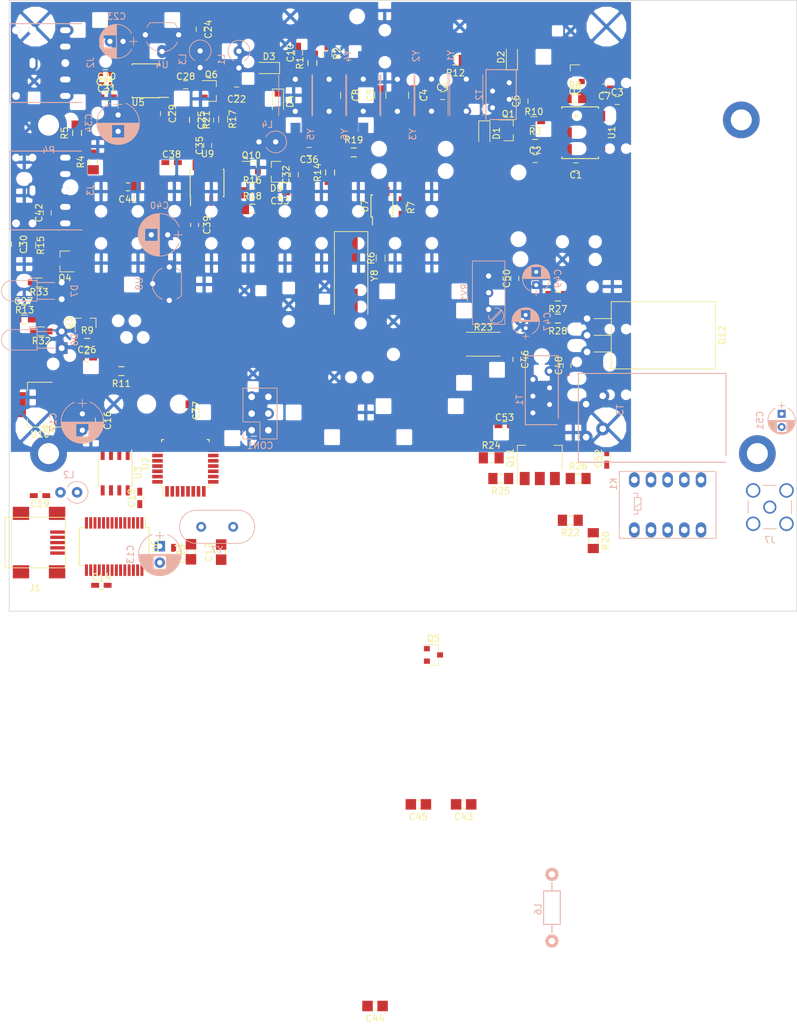
<source format=kicad_pcb>
(kicad_pcb (version 4) (host pcbnew 4.0.7)
  (layers (0 F.Cu signal) (31 B.Cu signal hide) (34 B.Paste user) (35 F.Paste user) (36 B.SilkS user) (37 F.SilkS user) (38 B.Mask user) (39 F.Mask user) (44 Edge.Cuts user))
  (net 0 "")
  (net 1 GND)
  (net 2 "Net-(C28-Pad2)")
  (net 3 "Net-(C9-Pad1)")
  (net 4 "Net-(C25-Pad2)")
  (net 5 "Net-(C48-Pad2)")
  (net 6 "Net-(C1-Pad2)")
  (net 7 "Net-(C22-Pad2)")
  (net 8 +12V)
  (net 9 "Net-(Q10-Pad1)")
  (net 10 "Net-(C43-Pad2)")
  (net 11 "Net-(C33-Pad2)")
  (net 12 "Net-(C4-Pad2)")
  (net 13 "Net-(C2-Pad1)")
  (net 14 "Net-(C31-Pad2)")
  (net 15 "Net-(C5-Pad2)")
  (net 16 "Net-(C6-Pad1)")
  (net 17 "Net-(C7-Pad2)")
  (net 18 "Net-(C11-Pad2)")
  (net 19 "Net-(C12-Pad2)")
  (net 20 "Net-(C20-Pad2)")
  (net 21 "Net-(C28-Pad1)")
  (net 22 "Net-(C29-Pad1)")
  (net 23 "Net-(C35-Pad1)")
  (net 24 "Net-(C36-Pad2)")
  (net 25 "Net-(C37-Pad2)")
  (net 26 "Net-(C41-Pad1)")
  (net 27 "Net-(C43-Pad1)")
  (net 28 "Net-(C49-Pad1)")
  (net 29 "Net-(D3-Pad1)")
  (net 30 "Net-(J1-Pad2)")
  (net 31 "Net-(C6-Pad2)")
  (net 32 "Net-(C9-Pad2)")
  (net 33 "Net-(D1-Pad1)")
  (net 34 "Net-(Q11-Pad3)")
  (net 35 BPF)
  (net 36 "Net-(C2-Pad2)")
  (net 37 VFO)
  (net 38 "Net-(C8-Pad2)")
  (net 39 "Net-(C10-Pad2)")
  (net 40 "Net-(C13-Pad1)")
  (net 41 GNDD)
  (net 42 "Net-(C14-Pad1)")
  (net 43 +3V3)
  (net 44 "Net-(C19-Pad1)")
  (net 45 "Net-(C21-Pad1)")
  (net 46 IF_RX)
  (net 47 "Net-(C23-Pad1)")
  (net 48 "Net-(C23-Pad2)")
  (net 49 RX_12V)
  (net 50 "Net-(C26-Pad1)")
  (net 51 TX_12V)
  (net 52 BFO_TX)
  (net 53 TX_6V)
  (net 54 "Net-(C39-Pad1)")
  (net 55 "Net-(C41-Pad2)")
  (net 56 "Net-(C46-Pad1)")
  (net 57 "Net-(C48-Pad1)")
  (net 58 "Net-(C51-Pad1)")
  (net 59 "Net-(CON1-Pad1)")
  (net 60 "Net-(CON1-Pad3)")
  (net 61 "Net-(CON1-Pad4)")
  (net 62 "Net-(CON1-Pad5)")
  (net 63 IF_TX)
  (net 64 "Net-(J1-Pad3)")
  (net 65 "Net-(K1-Pad2)")
  (net 66 "Net-(K1-Pad4)")
  (net 67 "Net-(Q2-Pad3)")
  (net 68 "Net-(Q10-Pad2)")
  (net 69 "Net-(Q11-Pad1)")
  (net 70 SCL)
  (net 71 SDA)
  (net 72 TX_TRX)
  (net 73 "Net-(U2-Pad30)")
  (net 74 "Net-(U2-Pad31)")
  (net 75 "Net-(U3-Pad6)")
  (net 76 "Net-(U3-Pad7)")
  (net 77 "Net-(U7-Pad2)")
  (net 78 "Net-(U7-Pad3)")
  (net 79 "Net-(C21-Pad2)")
  (net 80 "Net-(E1-Pad1)")
  (net 81 "Net-(C36-Pad1)")
  (net 82 "Net-(K1-Pad7)")
  (net 83 "Net-(Q12-Pad2)")
  (net 84 BFO_RX)
  (net 85 "Net-(C53-Pad2)")
  (net 86 "Net-(Q11-Pad2)")
  (net 87 "Net-(T1-Pad2)")
  (net 88 "Net-(D6-Pad2)")
  (net 89 "Net-(D7-Pad2)")
  (module Mounting_Holes:MountingHole_3.2mm_M3_DIN965_Pad (layer F.Cu) (at 146.55 38.2)
    (fp_text reference P7 hide)
    (fp_text value CONN_01X01 hide)
    (pad 1 thru_hole circle (at 0 0) (size 5.6 5.6) (drill 3.2) (layers *.Cu *.Mask) (net 1 GND))
  )
  (module LCSDR:Resistor_Horizontal_RM10mm (layer B.Cu) (at 117.7 153.05 270)
    (fp_text reference L6 (at 5.33 2.12 270) (layer B.SilkS) (effects (justify mirror)))
    (fp_text value 52uH)
    (pad 1 thru_hole circle (at 0 0 270) (size 1.99898 1.99898) (drill 1.00076) (layers *.Cu *.SilkS *.Mask) (net 35 BPF))
    (pad 2 thru_hole circle (at 10.16 0 270) (size 1.99898 1.99898) (drill 1.00076) (layers *.Cu *.SilkS *.Mask) (net 27 "Net-(C43-Pad1)"))
  )
  (module Mounting_Holes:MountingHole_3.2mm_M3_DIN965_Pad (layer B.Cu) (at 41 39)
    (fp_text reference P4 (at 0 3.8) (layer B.SilkS) (effects (justify mirror)))
    (fp_text value CONN_01X01)
    (pad 1 thru_hole circle (at 0 0) (size 5.6 5.6) (drill 3.2) (layers *.Cu *.Mask) (net 1 GND))
  )
  (module Mounting_Holes:MountingHole_3.2mm_M3_DIN965_Pad (layer B.Cu) (at 149 89 90)
    (fp_text reference P6 hide)
    (fp_text value CONN_01X01)
    (pad 1 thru_hole circle (at 0 0 90) (size 5.6 5.6) (drill 3.2) (layers *.Cu *.Mask) (net 1 GND))
  )
  (module LCSDR:R_1206_0603 (layer F.Cu) (at 124 102.25 270)
    (fp_text reference R20 (at 0 -1.9 270) (layer F.SilkS))
    (fp_text value 1K)
    (pad 2 smd rect (at 1.2 0 270) (size 1.4 1.7) (layers F.Cu F.Paste F.Mask) (net 1 GND))
    (pad 1 smd rect (at -1.2 0) (size 1.7 1.4) (layers F.Cu F.Paste F.Mask) (net 82 "Net-(K1-Pad7)"))
  )
  (module LCSDR:R_1206_0603 (layer F.Cu) (at 118.6 68.45 180)
    (fp_text reference R28 (at 0 -1.9 180) (layer F.SilkS))
    (fp_text value 10k hide)
    (pad 2 smd rect (at 1.2 0 180) (size 1.4 1.7) (layers F.Cu F.Paste F.Mask) (net 1 GND))
    (pad 1 smd rect (at -1.2 0 270) (size 1.7 1.4) (layers F.Cu F.Paste F.Mask) (net 5 "Net-(C48-Pad2)"))
  )
  (module LCSDR:HF12 (layer B.Cu) (at 114.8 82.8 90)
    (fp_text reference T1 (at 1.94 -2.02 90) (layer B.SilkS) (effects (justify mirror)))
    (fp_text value 1_9 hide)
    (pad 1 thru_hole circle (at 0 0 90) (size 1.524 1.524) (drill 0.762) (layers *.Cu *.Mask) (net 85 "Net-(C53-Pad2)"))
    (pad 2 thru_hole circle (at 1.27 2.54 90) (size 1.524 1.524) (drill 0.762) (layers *.Cu *.Mask) (net 87 "Net-(T1-Pad2)"))
    (pad 3 thru_hole circle (at 2.54 0 90) (size 1.524 1.524) (drill 0.762) (layers *.Cu *.Mask) (net 87 "Net-(T1-Pad2)"))
    (pad 4 thru_hole circle (at 3.81 2.54 90) (size 1.524 1.524) (drill 0.762) (layers *.Cu *.Mask) (net 57 "Net-(C48-Pad1)"))
    (pad 5 thru_hole circle (at 5.08 0 90) (size 1.524 1.524) (drill 0.762) (layers *.Cu *.Mask) (net 57 "Net-(C48-Pad1)"))
    (pad 6 thru_hole circle (at 6.35 2.54 90) (size 1.524 1.524) (drill 0.762) (layers *.Cu *.Mask) (net 56 "Net-(C46-Pad1)"))
  )
  (module Housings_SOIC:SOIC-8_3.9x4.9mm_Pitch1.27mm (layer F.Cu) (at 55.8 32.25 180)
    (fp_text reference U5 (at 1.15 -3.3 180) (layer F.SilkS))
    (fp_text value SA612 hide)
    (pad 8 smd rect (at 2.7 -1.905 180) (size 1.55 0.6) (layers F.Cu F.Paste F.Mask) (net 14 "Net-(C31-Pad2)"))
    (pad 7 smd rect (at 2.7 -0.635 180) (size 1.55 0.6) (layers F.Cu F.Paste F.Mask) (net 20 "Net-(C20-Pad2)"))
    (pad 6 smd rect (at 2.7 0.635 180) (size 1.55 0.6) (layers F.Cu F.Paste F.Mask) (net 45 "Net-(C21-Pad1)"))
    (pad 5 smd rect (at 2.7 1.905 180) (size 1.55 0.6) (layers F.Cu F.Paste F.Mask) (net 47 "Net-(C23-Pad1)"))
    (pad 4 smd rect (at -2.7 1.905 180) (size 1.55 0.6) (layers F.Cu F.Paste F.Mask))
    (pad 3 smd rect (at -2.7 0.635 180) (size 1.55 0.6) (layers F.Cu F.Paste F.Mask) (net 1 GND))
    (pad 2 smd rect (at -2.7 -0.635 180) (size 1.55 0.6) (layers F.Cu F.Paste F.Mask) (net 21 "Net-(C28-Pad1)"))
    (pad 1 smd rect (at -2.7 -1.905 180) (size 1.55 0.6) (layers F.Cu F.Paste F.Mask) (net 22 "Net-(C29-Pad1)"))
  )
  (module Diodes_SMD:D_SOD-323_HandSoldering (layer F.Cu) (at 74.3 30.3 180)
    (fp_text reference D3 (at -0.3 1.75 180) (layer F.SilkS))
    (fp_text value BAP50-03 hide)
    (pad 2 smd rect (at 1.25 0 180) (size 1 1) (layers F.Cu F.Paste F.Mask) (net 46 IF_RX))
    (pad 1 smd rect (at -1.25 0 180) (size 1 1) (layers F.Cu F.Paste F.Mask) (net 29 "Net-(D3-Pad1)"))
  )
  (module Diodes_SMD:D_SOD-323_HandSoldering (layer F.Cu) (at 75.95 35.4 270)
    (fp_text reference D4 (at 0 -1.85 270) (layer F.SilkS))
    (fp_text value BAP50-03 hide)
    (pad 1 smd rect (at -1.25 0 270) (size 1 1) (layers F.Cu F.Paste F.Mask) (net 29 "Net-(D3-Pad1)"))
    (pad 2 smd rect (at 1.25 0 270) (size 1 1) (layers F.Cu F.Paste F.Mask) (net 63 IF_TX))
  )
  (module Housings_SOIC:SOIC-8_3.9x4.9mm_Pitch1.27mm (layer F.Cu) (at 65.15 47.8 90)
    (fp_text reference U9 (at 4.42 0.08 180) (layer F.SilkS))
    (fp_text value SA612 hide)
    (pad 8 smd rect (at 2.7 -1.905 90) (size 1.55 0.6) (layers F.Cu F.Paste F.Mask) (net 53 TX_6V))
    (pad 7 smd rect (at 2.7 -0.635 90) (size 1.55 0.6) (layers F.Cu F.Paste F.Mask) (net 23 "Net-(C35-Pad1)"))
    (pad 6 smd rect (at 2.7 0.635 90) (size 1.55 0.6) (layers F.Cu F.Paste F.Mask) (net 24 "Net-(C36-Pad2)"))
    (pad 5 smd rect (at 2.7 1.905 90) (size 1.55 0.6) (layers F.Cu F.Paste F.Mask) (net 9 "Net-(Q10-Pad1)"))
    (pad 4 smd rect (at -2.7 1.905 90) (size 1.55 0.6) (layers F.Cu F.Paste F.Mask))
    (pad 3 smd rect (at -2.7 0.635 90) (size 1.55 0.6) (layers F.Cu F.Paste F.Mask) (net 1 GND))
    (pad 2 smd rect (at -2.7 -0.635 90) (size 1.55 0.6) (layers F.Cu F.Paste F.Mask) (net 26 "Net-(C41-Pad1)"))
    (pad 1 smd rect (at -2.7 -1.905 90) (size 1.55 0.6) (layers F.Cu F.Paste F.Mask) (net 54 "Net-(C39-Pad1)"))
  )
  (module Diodes_SMD:D_SOD-323_HandSoldering (layer F.Cu) (at 107.4 40.25 270)
    (fp_text reference D1 (at 0 -1.85 270) (layer F.SilkS))
    (fp_text value BAP50-03 hide)
    (pad 2 smd rect (at 1.25 0 270) (size 1 1) (layers F.Cu F.Paste F.Mask) (net 51 TX_12V))
    (pad 1 smd rect (at -1.25 0 270) (size 1 1) (layers F.Cu F.Paste F.Mask) (net 33 "Net-(D1-Pad1)"))
  )
  (module Diodes_SMD:D_SOD-323_HandSoldering (layer F.Cu) (at 111.6 28.7 90)
    (fp_text reference D2 (at 0.04 -1.66 90) (layer F.SilkS))
    (fp_text value BAP50-03 hide)
    (pad 1 smd rect (at -1.25 0 90) (size 1 1) (layers F.Cu F.Paste F.Mask) (net 31 "Net-(C6-Pad2)"))
    (pad 2 smd rect (at 1.25 0 90) (size 1 1) (layers F.Cu F.Paste F.Mask) (net 49 RX_12V))
  )
  (module Capacitors_SMD:C_0603_HandSoldering (layer F.Cu) (at 121.35 45.35 180)
    (fp_text reference C1 (at 0 -1.25 180) (layer F.SilkS))
    (fp_text value 100nF)
    (pad 1 smd rect (at -0.95 0 180) (size 1.2 0.75) (layers F.Cu F.Paste F.Mask) (net 35 BPF))
    (pad 2 smd rect (at 0.95 0 180) (size 1.2 0.75) (layers F.Cu F.Paste F.Mask) (net 6 "Net-(C1-Pad2)"))
  )
  (module Capacitors_SMD:C_0603_HandSoldering (layer F.Cu) (at 115.15 44.1)
    (fp_text reference C2 (at 0 -1.25) (layer F.SilkS))
    (fp_text value 100nF)
    (pad 1 smd rect (at -0.95 0) (size 1.2 0.75) (layers F.Cu F.Paste F.Mask) (net 13 "Net-(C2-Pad1)"))
    (pad 2 smd rect (at 0.95 0) (size 1.2 0.75) (layers F.Cu F.Paste F.Mask) (net 36 "Net-(C2-Pad2)"))
  )
  (module Capacitors_SMD:C_0603_HandSoldering (layer F.Cu) (at 127.65 35.25)
    (fp_text reference C3 (at 0 -1.25) (layer F.SilkS))
    (fp_text value 100nF)
    (pad 1 smd rect (at -0.95 0) (size 1.2 0.75) (layers F.Cu F.Paste F.Mask) (net 8 +12V))
    (pad 2 smd rect (at 0.95 0) (size 1.2 0.75) (layers F.Cu F.Paste F.Mask) (net 1 GND))
  )
  (module Capacitors_SMD:C_0805 (layer F.Cu) (at 96.7 34.45 270)
    (fp_text reference C4 (at 0 -1.5 270) (layer F.SilkS))
    (fp_text value 62)
    (pad 1 smd rect (at -1 0 270) (size 1 1.25) (layers F.Cu F.Paste F.Mask) (net 1 GND))
    (pad 2 smd rect (at 1 0 270) (size 1 1.25) (layers F.Cu F.Paste F.Mask) (net 12 "Net-(C4-Pad2)"))
  )
  (module Capacitors_SMD:C_0805 (layer F.Cu) (at 91.55 34.45 90)
    (fp_text reference C5 (at 0 -1.5 90) (layer F.SilkS))
    (fp_text value 62)
    (pad 1 smd rect (at -1 0 90) (size 1 1.25) (layers F.Cu F.Paste F.Mask) (net 1 GND))
    (pad 2 smd rect (at 1 0 90) (size 1 1.25) (layers F.Cu F.Paste F.Mask) (net 15 "Net-(C5-Pad2)"))
  )
  (module Capacitors_SMD:C_0603_HandSoldering (layer F.Cu) (at 113.45 35.35 90)
    (fp_text reference C6 (at 0 -1.25 90) (layer F.SilkS))
    (fp_text value 100nF)
    (pad 1 smd rect (at -0.95 0 90) (size 1.2 0.75) (layers F.Cu F.Paste F.Mask) (net 16 "Net-(C6-Pad1)"))
    (pad 2 smd rect (at 0.95 0 90) (size 1.2 0.75) (layers F.Cu F.Paste F.Mask) (net 31 "Net-(C6-Pad2)"))
  )
  (module Capacitors_SMD:C_0603_HandSoldering (layer F.Cu) (at 125.7 33.35 180)
    (fp_text reference C7 (at 0 -1.25 180) (layer F.SilkS))
    (fp_text value 10nF)
    (pad 1 smd rect (at -0.95 0 180) (size 1.2 0.75) (layers F.Cu F.Paste F.Mask) (net 37 VFO))
    (pad 2 smd rect (at 0.95 0 180) (size 1.2 0.75) (layers F.Cu F.Paste F.Mask) (net 17 "Net-(C7-Pad2)"))
  )
  (module Capacitors_SMD:C_0805 (layer F.Cu) (at 86.35 34.45 270)
    (fp_text reference C8 (at 0 -1.5 270) (layer F.SilkS))
    (fp_text value 62)
    (pad 1 smd rect (at -1 0 270) (size 1 1.25) (layers F.Cu F.Paste F.Mask) (net 1 GND))
    (pad 2 smd rect (at 1 0 270) (size 1 1.25) (layers F.Cu F.Paste F.Mask) (net 38 "Net-(C8-Pad2)"))
  )
  (module Capacitors_SMD:C_0603_HandSoldering (layer F.Cu) (at 101.05 34.5)
    (fp_text reference C9 (at 0 -1.25) (layer F.SilkS))
    (fp_text value 100nF)
    (pad 1 smd rect (at -0.95 0) (size 1.2 0.75) (layers F.Cu F.Paste F.Mask) (net 3 "Net-(C9-Pad1)"))
    (pad 2 smd rect (at 0.95 0) (size 1.2 0.75) (layers F.Cu F.Paste F.Mask) (net 32 "Net-(C9-Pad2)"))
  )
  (module Capacitors_SMD:C_0603_HandSoldering (layer F.Cu) (at 79.1 28 90)
    (fp_text reference C10 (at 0 -1.25 90) (layer F.SilkS))
    (fp_text value 100nF)
    (pad 1 smd rect (at -0.95 0 90) (size 1.2 0.75) (layers F.Cu F.Paste F.Mask) (net 1 GND))
    (pad 2 smd rect (at 0.95 0 90) (size 1.2 0.75) (layers F.Cu F.Paste F.Mask) (net 39 "Net-(C10-Pad2)"))
  )
  (module DragonFly:C_1206_0603 (layer F.Cu) (at 62.7 103.95 90)
    (fp_text reference C11 (at 0 -1.9 90) (layer F.SilkS))
    (fp_text value 33pF)
    (pad 2 smd rect (at 1.15 0 90) (size 1.6 1.6) (layers F.Cu F.Paste F.Mask) (net 18 "Net-(C11-Pad2)"))
    (pad 1 smd rect (at -1.15 0 90) (size 1.6 1.6) (layers F.Cu F.Paste F.Mask) (net 1 GND))
  )
  (module DragonFly:C_1206_0603 (layer F.Cu) (at 67.3 104 90)
    (fp_text reference C12 (at 0 -1.9 90) (layer F.SilkS))
    (fp_text value 33pF)
    (pad 2 smd rect (at 1.15 0 90) (size 1.6 1.6) (layers F.Cu F.Paste F.Mask) (net 19 "Net-(C12-Pad2)"))
    (pad 1 smd rect (at -1.15 0 90) (size 1.6 1.6) (layers F.Cu F.Paste F.Mask) (net 1 GND))
  )
  (module Capacitors_THT:CP_Radial_D6.3mm_P2.50mm (layer B.Cu) (at 57.95 103.1 270)
    (fp_text reference C13 (at 1.25 4.46 270) (layer B.SilkS) (effects (justify mirror)))
    (fp_text value 100µF)
    (pad 1 thru_hole rect (at 0 0 270) (size 1.6 1.6) (drill 0.8) (layers *.Cu *.Mask) (net 40 "Net-(C13-Pad1)"))
    (pad 2 thru_hole circle (at 2.5 0 270) (size 1.6 1.6) (drill 0.8) (layers *.Cu *.Mask) (net 41 GNDD))
  )
  (module Capacitors_SMD:C_0603_HandSoldering (layer F.Cu) (at 49.05 109.05)
    (fp_text reference C14 (at 0 -1.25) (layer F.SilkS))
    (fp_text value 100nF)
    (pad 1 smd rect (at -0.95 0) (size 1.2 0.75) (layers F.Cu F.Paste F.Mask) (net 42 "Net-(C14-Pad1)"))
    (pad 2 smd rect (at 0.95 0) (size 1.2 0.75) (layers F.Cu F.Paste F.Mask) (net 41 GNDD))
  )
  (module Capacitors_SMD:C_0603_HandSoldering (layer F.Cu) (at 60.05 104.3 270)
    (fp_text reference C15 (at 0 -1.25 270) (layer F.SilkS))
    (fp_text value 100nF)
    (pad 1 smd rect (at -0.95 0 270) (size 1.2 0.75) (layers F.Cu F.Paste F.Mask) (net 40 "Net-(C13-Pad1)"))
    (pad 2 smd rect (at 0.95 0 270) (size 1.2 0.75) (layers F.Cu F.Paste F.Mask) (net 41 GNDD))
  )
  (module Capacitors_SMD:C_0603_HandSoldering (layer F.Cu) (at 48.75 83.95 270)
    (fp_text reference C16 (at 0 -1.25 270) (layer F.SilkS))
    (fp_text value 100nF)
    (pad 1 smd rect (at -0.95 0 270) (size 1.2 0.75) (layers F.Cu F.Paste F.Mask) (net 43 +3V3))
    (pad 2 smd rect (at 0.95 0 270) (size 1.2 0.75) (layers F.Cu F.Paste F.Mask) (net 1 GND))
  )
  (module Capacitors_THT:CP_Radial_D6.3mm_P2.50mm (layer B.Cu) (at 46.15 82.95 270)
    (fp_text reference C17 (at 1.25 4.46 270) (layer B.SilkS) (effects (justify mirror)))
    (fp_text value 100µF)
    (pad 1 thru_hole rect (at 0 0 270) (size 1.6 1.6) (drill 0.8) (layers *.Cu *.Mask) (net 43 +3V3))
    (pad 2 thru_hole circle (at 2.5 0 270) (size 1.6 1.6) (drill 0.8) (layers *.Cu *.Mask) (net 1 GND))
  )
  (module Capacitors_SMD:C_0603_HandSoldering (layer F.Cu) (at 54.9 95.75 90)
    (fp_text reference C18 (at 0 -1.25 90) (layer F.SilkS))
    (fp_text value 100nF)
    (pad 1 smd rect (at -0.95 0 90) (size 1.2 0.75) (layers F.Cu F.Paste F.Mask) (net 40 "Net-(C13-Pad1)"))
    (pad 2 smd rect (at 0.95 0 90) (size 1.2 0.75) (layers F.Cu F.Paste F.Mask) (net 41 GNDD))
  )
  (module Capacitors_SMD:C_0603_HandSoldering (layer F.Cu) (at 39.7 95.4 180)
    (fp_text reference C19 (at 0 -1.25 180) (layer F.SilkS))
    (fp_text value 100nF)
    (pad 1 smd rect (at -0.95 0 180) (size 1.2 0.75) (layers F.Cu F.Paste F.Mask) (net 44 "Net-(C19-Pad1)"))
    (pad 2 smd rect (at 0.95 0 180) (size 1.2 0.75) (layers F.Cu F.Paste F.Mask) (net 41 GNDD))
  )
  (module Capacitors_SMD:C_0603_HandSoldering (layer F.Cu) (at 49.85 32.85)
    (fp_text reference C20 (at 0 -1.25) (layer F.SilkS))
    (fp_text value 100nF)
    (pad 1 smd rect (at -0.95 0) (size 1.2 0.75) (layers F.Cu F.Paste F.Mask) (net 1 GND))
    (pad 2 smd rect (at 0.95 0) (size 1.2 0.75) (layers F.Cu F.Paste F.Mask) (net 20 "Net-(C20-Pad2)"))
  )
  (module Capacitors_SMD:C_0603_HandSoldering (layer F.Cu) (at 49.65 31.15 180)
    (fp_text reference C21 (at 0 -1.25 180) (layer F.SilkS))
    (fp_text value 10nF)
    (pad 1 smd rect (at -0.95 0 180) (size 1.2 0.75) (layers F.Cu F.Paste F.Mask) (net 45 "Net-(C21-Pad1)"))
    (pad 2 smd rect (at 0.95 0 180) (size 1.2 0.75) (layers F.Cu F.Paste F.Mask) (net 79 "Net-(C21-Pad2)"))
  )
  (module Capacitors_SMD:C_0603_HandSoldering (layer F.Cu) (at 69.65 33.8 180)
    (fp_text reference C22 (at 0 -1.25 180) (layer F.SilkS))
    (fp_text value 100nF)
    (pad 1 smd rect (at -0.95 0 180) (size 1.2 0.75) (layers F.Cu F.Paste F.Mask) (net 46 IF_RX))
    (pad 2 smd rect (at 0.95 0 180) (size 1.2 0.75) (layers F.Cu F.Paste F.Mask) (net 7 "Net-(C22-Pad2)"))
  )
  (module Capacitors_THT:CP_Radial_D5.0mm_P2.00mm (layer B.Cu) (at 52.35 26.25 180)
    (fp_text reference C23 (at 1 3.81 180) (layer B.SilkS) (effects (justify mirror)))
    (fp_text value 1µF)
    (pad 1 thru_hole rect (at 0 0 180) (size 1.6 1.6) (drill 0.8) (layers *.Cu *.Mask) (net 47 "Net-(C23-Pad1)"))
    (pad 2 thru_hole circle (at 2 0 180) (size 1.6 1.6) (drill 0.8) (layers *.Cu *.Mask) (net 48 "Net-(C23-Pad2)"))
  )
  (module Capacitors_SMD:C_0603_HandSoldering (layer F.Cu) (at 64.1 24.4 270)
    (fp_text reference C24 (at 0 -1.25 270) (layer F.SilkS))
    (fp_text value 100nF)
    (pad 1 smd rect (at -0.95 0 270) (size 1.2 0.75) (layers F.Cu F.Paste F.Mask) (net 1 GND))
    (pad 2 smd rect (at 0.95 0 270) (size 1.2 0.75) (layers F.Cu F.Paste F.Mask) (net 49 RX_12V))
  )
  (module Capacitors_SMD:C_0603_HandSoldering (layer F.Cu) (at 65.55 38.25 90)
    (fp_text reference C25 (at 0 -1.25 90) (layer F.SilkS))
    (fp_text value 100nF)
    (pad 1 smd rect (at -0.95 0 90) (size 1.2 0.75) (layers F.Cu F.Paste F.Mask) (net 1 GND))
    (pad 2 smd rect (at 0.95 0 90) (size 1.2 0.75) (layers F.Cu F.Paste F.Mask) (net 4 "Net-(C25-Pad2)"))
  )
  (module Capacitors_SMD:C_0603_HandSoldering (layer F.Cu) (at 46.85 74.45)
    (fp_text reference C26 (at 0 -1.25) (layer F.SilkS))
    (fp_text value 100nF)
    (pad 1 smd rect (at -0.95 0) (size 1.2 0.75) (layers F.Cu F.Paste F.Mask) (net 50 "Net-(C26-Pad1)"))
    (pad 2 smd rect (at 0.95 0) (size 1.2 0.75) (layers F.Cu F.Paste F.Mask) (net 8 +12V))
  )
  (module Capacitors_SMD:C_0603_HandSoldering (layer F.Cu) (at 37.2 67.05)
    (fp_text reference C27 (at 0 -1.25) (layer F.SilkS))
    (fp_text value 100nF)
    (pad 1 smd rect (at -0.95 0) (size 1.2 0.75) (layers F.Cu F.Paste F.Mask) (net 1 GND))
    (pad 2 smd rect (at 0.95 0) (size 1.2 0.75) (layers F.Cu F.Paste F.Mask) (net 51 TX_12V))
  )
  (module Capacitors_SMD:C_0603_HandSoldering (layer F.Cu) (at 61.9 32.85)
    (fp_text reference C28 (at 0 -1.25) (layer F.SilkS))
    (fp_text value 100nF)
    (pad 1 smd rect (at -0.95 0) (size 1.2 0.75) (layers F.Cu F.Paste F.Mask) (net 21 "Net-(C28-Pad1)"))
    (pad 2 smd rect (at 0.95 0) (size 1.2 0.75) (layers F.Cu F.Paste F.Mask) (net 2 "Net-(C28-Pad2)"))
  )
  (module Capacitors_SMD:C_0603_HandSoldering (layer F.Cu) (at 58.65 37.25 270)
    (fp_text reference C29 (at 0 -1.25 270) (layer F.SilkS))
    (fp_text value 100nF)
    (pad 1 smd rect (at -0.95 0 270) (size 1.2 0.75) (layers F.Cu F.Paste F.Mask) (net 22 "Net-(C29-Pad1)"))
    (pad 2 smd rect (at 0.95 0 270) (size 1.2 0.75) (layers F.Cu F.Paste F.Mask) (net 1 GND))
  )
  (module Capacitors_SMD:C_0603_HandSoldering (layer F.Cu) (at 35.95 57.15 270)
    (fp_text reference C30 (at 0 -1.25 270) (layer F.SilkS))
    (fp_text value 100nF)
    (pad 1 smd rect (at -0.95 0 270) (size 1.2 0.75) (layers F.Cu F.Paste F.Mask) (net 1 GND))
    (pad 2 smd rect (at 0.95 0 270) (size 1.2 0.75) (layers F.Cu F.Paste F.Mask) (net 49 RX_12V))
  )
  (module Capacitors_SMD:C_0603_HandSoldering (layer F.Cu) (at 49.85 34.7)
    (fp_text reference C31 (at 0 -1.25) (layer F.SilkS))
    (fp_text value 100nF)
    (pad 1 smd rect (at -0.95 0) (size 1.2 0.75) (layers F.Cu F.Paste F.Mask) (net 1 GND))
    (pad 2 smd rect (at 0.95 0) (size 1.2 0.75) (layers F.Cu F.Paste F.Mask) (net 14 "Net-(C31-Pad2)"))
  )
  (module Capacitors_SMD:C_0603_HandSoldering (layer F.Cu) (at 78.45 46.55 90)
    (fp_text reference C32 (at 0 -1.25 90) (layer F.SilkS))
    (fp_text value 100nF)
    (pad 1 smd rect (at -0.95 0 90) (size 1.2 0.75) (layers F.Cu F.Paste F.Mask) (net 1 GND))
    (pad 2 smd rect (at 0.95 0 90) (size 1.2 0.75) (layers F.Cu F.Paste F.Mask) (net 51 TX_12V))
  )
  (module Capacitors_SMD:C_0603_HandSoldering (layer F.Cu) (at 76.25 49.3 180)
    (fp_text reference C33 (at 0 -1.25 180) (layer F.SilkS))
    (fp_text value 100nF)
    (pad 1 smd rect (at -0.95 0 180) (size 1.2 0.75) (layers F.Cu F.Paste F.Mask) (net 1 GND))
    (pad 2 smd rect (at 0.95 0 180) (size 1.2 0.75) (layers F.Cu F.Paste F.Mask) (net 11 "Net-(C33-Pad2)"))
  )
  (module Capacitors_THT:CP_Radial_D6.3mm_P2.50mm (layer B.Cu) (at 51.6 37.45 270)
    (fp_text reference C34 (at 1.25 4.46 270) (layer B.SilkS) (effects (justify mirror)))
    (fp_text value 100µF)
    (pad 1 thru_hole rect (at 0 0 270) (size 1.6 1.6) (drill 0.8) (layers *.Cu *.Mask) (net 14 "Net-(C31-Pad2)"))
    (pad 2 thru_hole circle (at 2.5 0 270) (size 1.6 1.6) (drill 0.8) (layers *.Cu *.Mask) (net 1 GND))
  )
  (module Capacitors_SMD:C_0603_HandSoldering (layer F.Cu) (at 65.25 42.1 90)
    (fp_text reference C35 (at 0 -1.25 90) (layer F.SilkS))
    (fp_text value 100nF)
    (pad 1 smd rect (at -0.95 0 90) (size 1.2 0.75) (layers F.Cu F.Paste F.Mask) (net 23 "Net-(C35-Pad1)"))
    (pad 2 smd rect (at 0.95 0 90) (size 1.2 0.75) (layers F.Cu F.Paste F.Mask) (net 1 GND))
  )
  (module Capacitors_SMD:C_0603_HandSoldering (layer F.Cu) (at 80.7 43 180)
    (fp_text reference C36 (at 0 -1.25 180) (layer F.SilkS))
    (fp_text value 10nF)
    (pad 1 smd rect (at -0.95 0 180) (size 1.2 0.75) (layers F.Cu F.Paste F.Mask) (net 81 "Net-(C36-Pad1)"))
    (pad 2 smd rect (at 0.95 0 180) (size 1.2 0.75) (layers F.Cu F.Paste F.Mask) (net 24 "Net-(C36-Pad2)"))
  )
  (module Capacitors_SMD:C_0603_HandSoldering (layer F.Cu) (at 62.25 82.45 270)
    (fp_text reference C37 (at 0 -1.25 270) (layer F.SilkS))
    (fp_text value 100nF)
    (pad 1 smd rect (at -0.95 0 270) (size 1.2 0.75) (layers F.Cu F.Paste F.Mask) (net 1 GND))
    (pad 2 smd rect (at 0.95 0 270) (size 1.2 0.75) (layers F.Cu F.Paste F.Mask) (net 25 "Net-(C37-Pad2)"))
  )
  (module Capacitors_SMD:C_0603_HandSoldering (layer F.Cu) (at 59.75 44.7)
    (fp_text reference C38 (at 0 -1.25) (layer F.SilkS))
    (fp_text value 100nF)
    (pad 1 smd rect (at -0.95 0) (size 1.2 0.75) (layers F.Cu F.Paste F.Mask) (net 1 GND))
    (pad 2 smd rect (at 0.95 0) (size 1.2 0.75) (layers F.Cu F.Paste F.Mask) (net 53 TX_6V))
  )
  (module DragonFly:C_1206_0603 (layer F.Cu) (at 63.25 54.2 270)
    (fp_text reference C39 (at 0 -1.9 270) (layer F.SilkS))
    (fp_text value 1µF)
    (pad 2 smd rect (at 1.15 0 270) (size 1.6 1.6) (layers F.Cu F.Paste F.Mask) (net 1 GND))
    (pad 1 smd rect (at -1.15 0 270) (size 1.6 1.6) (layers F.Cu F.Paste F.Mask) (net 54 "Net-(C39-Pad1)"))
  )
  (module Capacitors_THT:CP_Radial_D6.3mm_P2.50mm (layer B.Cu) (at 59.15 55.7 180)
    (fp_text reference C40 (at 1.25 4.46 180) (layer B.SilkS) (effects (justify mirror)))
    (fp_text value 100µF)
    (pad 1 thru_hole rect (at 0 0 180) (size 1.6 1.6) (drill 0.8) (layers *.Cu *.Mask) (net 53 TX_6V))
    (pad 2 thru_hole circle (at 2.5 0 180) (size 1.6 1.6) (drill 0.8) (layers *.Cu *.Mask) (net 1 GND))
  )
  (module DragonFly:C_1206_0603 (layer F.Cu) (at 53.1 48.4 180)
    (fp_text reference C41 (at 0 -1.9 180) (layer F.SilkS))
    (fp_text value 1µF)
    (pad 2 smd rect (at 1.15 0 180) (size 1.6 1.6) (layers F.Cu F.Paste F.Mask) (net 55 "Net-(C41-Pad2)"))
    (pad 1 smd rect (at -1.15 0 180) (size 1.6 1.6) (layers F.Cu F.Paste F.Mask) (net 26 "Net-(C41-Pad1)"))
  )
  (module Capacitors_SMD:C_0603_HandSoldering (layer F.Cu) (at 40.8 52.35 90)
    (fp_text reference C42 (at 0 -1.25 90) (layer F.SilkS))
    (fp_text value 10nF)
    (pad 1 smd rect (at -0.95 0 90) (size 1.2 0.75) (layers F.Cu F.Paste F.Mask) (net 1 GND))
    (pad 2 smd rect (at 0.95 0 90) (size 1.2 0.75) (layers F.Cu F.Paste F.Mask) (net 55 "Net-(C41-Pad2)"))
  )
  (module DragonFly:C_1206_0603 (layer F.Cu) (at 104.25 142.4 180)
    (fp_text reference C43 (at 0 -1.9 180) (layer F.SilkS))
    (fp_text value 10pF)
    (pad 2 smd rect (at 1.15 0 180) (size 1.6 1.6) (layers F.Cu F.Paste F.Mask) (net 10 "Net-(C43-Pad2)"))
    (pad 1 smd rect (at -1.15 0 180) (size 1.6 1.6) (layers F.Cu F.Paste F.Mask) (net 27 "Net-(C43-Pad1)"))
  )
  (module DragonFly:C_1206_0603 (layer F.Cu) (at 90.75 173.1 180)
    (fp_text reference C44 (at 0 -1.9 180) (layer F.SilkS))
    (fp_text value 390pF)
    (pad 2 smd rect (at 1.15 0 180) (size 1.6 1.6) (layers F.Cu F.Paste F.Mask) (net 1 GND))
    (pad 1 smd rect (at -1.15 0 180) (size 1.6 1.6) (layers F.Cu F.Paste F.Mask) (net 10 "Net-(C43-Pad2)"))
  )
  (module DragonFly:C_1206_0603 (layer F.Cu) (at 97.35 142.4 180)
    (fp_text reference C45 (at 0 -1.9 180) (layer F.SilkS))
    (fp_text value 10pF)
    (pad 2 smd rect (at 1.15 0 180) (size 1.6 1.6) (layers F.Cu F.Paste F.Mask))
    (pad 1 smd rect (at -1.15 0 180) (size 1.6 1.6) (layers F.Cu F.Paste F.Mask) (net 10 "Net-(C43-Pad2)"))
  )
  (module Pin_Headers:Pin_Header_Straight_2x03_Pitch2.54mm (layer B.Cu) (at 71.95 85.45)
    (fp_text reference CON1 (at 1.27 2.33) (layer B.SilkS) (effects (justify mirror)))
    (fp_text value AVR-ISP-6)
    (pad 1 thru_hole rect (at 0 0) (size 1.7 1.7) (drill 1) (layers *.Cu *.Mask) (net 59 "Net-(CON1-Pad1)"))
    (pad 2 thru_hole oval (at 2.54 0) (size 1.7 1.7) (drill 1) (layers *.Cu *.Mask) (net 43 +3V3))
    (pad 3 thru_hole oval (at 0 -2.54) (size 1.7 1.7) (drill 1) (layers *.Cu *.Mask) (net 60 "Net-(CON1-Pad3)"))
    (pad 4 thru_hole oval (at 2.54 -2.54) (size 1.7 1.7) (drill 1) (layers *.Cu *.Mask) (net 61 "Net-(CON1-Pad4)"))
    (pad 5 thru_hole oval (at 0 -5.08) (size 1.7 1.7) (drill 1) (layers *.Cu *.Mask) (net 62 "Net-(CON1-Pad5)"))
    (pad 6 thru_hole oval (at 2.54 -5.08) (size 1.7 1.7) (drill 1) (layers *.Cu *.Mask) (net 1 GND))
  )
  (module TO_SOT_Packages_SMD:SOT-23 (layer F.Cu) (at 75.7 46.1 180)
    (fp_text reference D5 (at 0 -2.5 180) (layer F.SilkS))
    (fp_text value BAT54S)
    (pad 1 smd rect (at -1 -0.95 180) (size 0.9 0.8) (layers F.Cu F.Paste F.Mask) (net 51 TX_12V))
    (pad 2 smd rect (at -1 0.95 180) (size 0.9 0.8) (layers F.Cu F.Paste F.Mask) (net 51 TX_12V))
    (pad 3 smd rect (at 1 0 180) (size 0.9 0.8) (layers F.Cu F.Paste F.Mask) (net 63 IF_TX))
  )
  (module Connectors:USB_Mini-B (layer F.Cu) (at 39.6 102.55)
    (fp_text reference J1 (at -0.65 6.9) (layer F.SilkS))
    (fp_text value USB_OTG)
    (pad 1 smd rect (at 2.8 -1.6) (size 2.3 0.5) (layers F.Cu F.Paste F.Mask) (net 44 "Net-(C19-Pad1)"))
    (pad 2 smd rect (at 2.8 -0.8) (size 2.3 0.5) (layers F.Cu F.Paste F.Mask) (net 30 "Net-(J1-Pad2)"))
    (pad 3 smd rect (at 2.8 0) (size 2.3 0.5) (layers F.Cu F.Paste F.Mask) (net 64 "Net-(J1-Pad3)"))
    (pad 4 smd rect (at 2.8 0.8) (size 2.3 0.5) (layers F.Cu F.Paste F.Mask))
    (pad 5 smd rect (at 2.8 1.6) (size 2.3 0.5) (layers F.Cu F.Paste F.Mask) (net 41 GNDD))
    (pad 6 smd rect (at 2.7 -4.45) (size 2.5 2) (layers F.Cu F.Paste F.Mask) (net 41 GNDD))
    (pad 6 smd rect (at -2.8 -4.45) (size 2.5 2) (layers F.Cu F.Paste F.Mask) (net 41 GNDD))
    (pad 6 smd rect (at 2.7 4.45) (size 2.5 2) (layers F.Cu F.Paste F.Mask) (net 41 GNDD))
    (pad 6 smd rect (at -2.8 4.45) (size 2.5 2) (layers F.Cu F.Paste F.Mask) (net 41 GNDD))
    (pad "" np_thru_hole circle (at 0.2 -2.2) (size 0.9 0.9) (drill 0.9) (layers *.Cu *.Mask))
    (pad "" np_thru_hole circle (at 0.2 2.2) (size 0.9 0.9) (drill 0.9) (layers *.Cu *.Mask))
  )
  (module DragonFly:audio_jack_3_5mm_PJ307 (layer B.Cu) (at 38.55 29.55 270)
    (fp_text reference J2 (at -0.06 -8.84 270) (layer B.SilkS) (effects (justify mirror)))
    (fp_text value JACK_TRS_3pins)
    (pad 1 thru_hole oval (at 0 0 270) (size 2.5 1.6) (drill oval 1.6 0.9) (layers *.Cu *.Mask) (net 1 GND))
    (pad 6 thru_hole oval (at 0 -5 270) (size 1.2 1.2) (drill oval 1.2) (layers *.Cu *.Mask))
    (pad 2 thru_hole oval (at 5 -5 270) (size 1.6 2.5) (drill oval 0.9 1.6) (layers *.Cu *.Mask) (net 48 "Net-(C23-Pad2)"))
    (pad 3 thru_hole oval (at 2.5 -5 270) (size 1.6 2.5) (drill oval 0.9 1.6) (layers *.Cu *.Mask) (net 48 "Net-(C23-Pad2)"))
    (pad 4 thru_hole oval (at -2.5 -5 270) (size 1.6 2.5) (drill oval 0.9 1.6) (layers *.Cu *.Mask) (net 48 "Net-(C23-Pad2)"))
    (pad 5 thru_hole oval (at -5 -5 270) (size 1.6 2.5) (drill oval 0.9 1.6) (layers *.Cu *.Mask) (net 48 "Net-(C23-Pad2)"))
    (pad 7 thru_hole oval (at 5 0 270) (size 1.2 1.2) (drill oval 1.2) (layers *.Cu *.Mask))
    (pad 8 thru_hole oval (at -5 0 270) (size 1.2 1.2) (drill oval 1.2) (layers *.Cu *.Mask))
    (pad 9 thru_hole oval (at 5 2.5 270) (size 1.2 1.2) (drill oval 1.2) (layers *.Cu *.Mask))
    (pad 10 thru_hole oval (at -5 2.5 270) (size 1.2 1.2) (drill oval 1.2) (layers *.Cu *.Mask))
  )
  (module DragonFly:audio_jack_3_5mm_PJ307 (layer B.Cu) (at 38.55 48.95 270)
    (fp_text reference J3 (at -0.06 -8.84 270) (layer B.SilkS) (effects (justify mirror)))
    (fp_text value MIC)
    (pad 1 thru_hole oval (at 0 0 270) (size 2.5 1.6) (drill oval 1.6 0.9) (layers *.Cu *.Mask) (net 1 GND))
    (pad 6 thru_hole oval (at 0 -5 270) (size 1.2 1.2) (drill oval 1.2) (layers *.Cu *.Mask))
    (pad 2 thru_hole oval (at 5 -5 270) (size 1.6 2.5) (drill oval 0.9 1.6) (layers *.Cu *.Mask) (net 55 "Net-(C41-Pad2)"))
    (pad 3 thru_hole oval (at 2.5 -5 270) (size 1.6 2.5) (drill oval 0.9 1.6) (layers *.Cu *.Mask) (net 55 "Net-(C41-Pad2)"))
    (pad 4 thru_hole oval (at -2.5 -5 270) (size 1.6 2.5) (drill oval 0.9 1.6) (layers *.Cu *.Mask) (net 55 "Net-(C41-Pad2)"))
    (pad 5 thru_hole oval (at -5 -5 270) (size 1.6 2.5) (drill oval 0.9 1.6) (layers *.Cu *.Mask) (net 55 "Net-(C41-Pad2)"))
    (pad 7 thru_hole oval (at 5 0 270) (size 1.2 1.2) (drill oval 1.2) (layers *.Cu *.Mask))
    (pad 8 thru_hole oval (at -5 0 270) (size 1.2 1.2) (drill oval 1.2) (layers *.Cu *.Mask))
    (pad 9 thru_hole oval (at 5 2.5 270) (size 1.2 1.2) (drill oval 1.2) (layers *.Cu *.Mask))
    (pad 10 thru_hole oval (at -5 2.5 270) (size 1.2 1.2) (drill oval 1.2) (layers *.Cu *.Mask))
  )
  (module DragonFly:Relay_DPDT_FRT5 (layer B.Cu) (at 130.25 93 270)
    (fp_text reference K1 (at 0.635 3.175 270) (layer B.SilkS) (effects (justify mirror)))
    (fp_text value TQ2-12VDC)
    (pad 1 thru_hole oval (at 0 0 270) (size 2.3 1.6) (drill 1) (layers *.Cu *.Mask))
    (pad 2 thru_hole oval (at 0 -2.54 270) (size 2.3 1.6) (drill 1) (layers *.Cu *.Mask) (net 65 "Net-(K1-Pad2)"))
    (pad 3 thru_hole oval (at 0 -5.08 270) (size 2.3 1.6) (drill 1) (layers *.Cu *.Mask) (net 80 "Net-(E1-Pad1)"))
    (pad 4 thru_hole oval (at 0 -7.62 270) (size 2.3 1.6) (drill 1) (layers *.Cu *.Mask) (net 66 "Net-(K1-Pad4)"))
    (pad 5 thru_hole oval (at 0 -10.16 270) (size 2.3 1.6) (drill 1) (layers *.Cu *.Mask))
    (pad 6 thru_hole oval (at 7.62 -10.16 270) (size 2.3 1.6) (drill 1) (layers *.Cu *.Mask))
    (pad 7 thru_hole oval (at 7.62 -7.62 270) (size 2.3 1.6) (drill 1) (layers *.Cu *.Mask) (net 82 "Net-(K1-Pad7)"))
    (pad 8 thru_hole oval (at 7.62 -5.08 270) (size 2.3 1.6) (drill 1) (layers *.Cu *.Mask))
    (pad 9 thru_hole oval (at 7.62 -2.54 270) (size 2.3 1.6) (drill 1) (layers *.Cu *.Mask) (net 65 "Net-(K1-Pad2)"))
    (pad 10 thru_hole oval (at 7.62 0 270) (size 2.3 1.6) (drill 1) (layers *.Cu *.Mask))
  )
  (module Resistors_THT:R_Axial_DIN0309_L9.0mm_D3.2mm_P2.54mm_Vertical (layer B.Cu) (at 45.35 94.9 180)
    (fp_text reference L2 (at 1.27 2.66 180) (layer B.SilkS) (effects (justify mirror)))
    (fp_text value 5uH)
    (pad 1 thru_hole circle (at 0 0 180) (size 1.6 1.6) (drill 0.8) (layers *.Cu *.Mask) (net 40 "Net-(C13-Pad1)"))
    (pad 2 thru_hole oval (at 2.54 0 180) (size 1.6 1.6) (drill 0.8) (layers *.Cu *.Mask) (net 44 "Net-(C19-Pad1)"))
  )
  (module Resistors_THT:R_Axial_DIN0309_L9.0mm_D3.2mm_P2.54mm_Vertical (layer B.Cu) (at 64.1 27.7 270)
    (fp_text reference L3 (at 1.27 2.66 270) (layer B.SilkS) (effects (justify mirror)))
    (fp_text value 100uH)
    (pad 1 thru_hole circle (at 0 0 270) (size 1.6 1.6) (drill 0.8) (layers *.Cu *.Mask) (net 49 RX_12V))
    (pad 2 thru_hole oval (at 2.54 0 270) (size 1.6 1.6) (drill 0.8) (layers *.Cu *.Mask) (net 2 "Net-(C28-Pad2)"))
  )
  (module Resistors_THT:R_Axial_DIN0309_L9.0mm_D3.2mm_P2.54mm_Vertical (layer B.Cu) (at 75.6 41.55 180)
    (fp_text reference L4 (at 1.27 2.66 180) (layer B.SilkS) (effects (justify mirror)))
    (fp_text value 100uH)
    (pad 1 thru_hole circle (at 0 0 180) (size 1.6 1.6) (drill 0.8) (layers *.Cu *.Mask) (net 51 TX_12V))
    (pad 2 thru_hole oval (at 2.54 0 180) (size 1.6 1.6) (drill 0.8) (layers *.Cu *.Mask) (net 63 IF_TX))
  )
  (module TO_SOT_Packages_SMD:SOT-23 (layer F.Cu) (at 111.05 39.8)
    (fp_text reference Q1 (at 0 -2.5) (layer F.SilkS))
    (fp_text value MMBFJ310LT1G)
    (pad 1 smd rect (at -1 -0.95) (size 0.9 0.8) (layers F.Cu F.Paste F.Mask) (net 33 "Net-(D1-Pad1)"))
    (pad 2 smd rect (at -1 0.95) (size 0.9 0.8) (layers F.Cu F.Paste F.Mask) (net 13 "Net-(C2-Pad1)"))
    (pad 3 smd rect (at 1 0) (size 0.9 0.8) (layers F.Cu F.Paste F.Mask) (net 16 "Net-(C6-Pad1)"))
  )
  (module TO_SOT_Packages_SMD:SOT-23 (layer F.Cu) (at 121.25 31.4 180)
    (fp_text reference Q2 (at 0 -2.5 180) (layer F.SilkS))
    (fp_text value MMBT2222A)
    (pad 1 smd rect (at -1 -0.95 180) (size 0.9 0.8) (layers F.Cu F.Paste F.Mask) (net 17 "Net-(C7-Pad2)"))
    (pad 2 smd rect (at -1 0.95 180) (size 0.9 0.8) (layers F.Cu F.Paste F.Mask) (net 1 GND))
    (pad 3 smd rect (at 1 0 180) (size 0.9 0.8) (layers F.Cu F.Paste F.Mask) (net 67 "Net-(Q2-Pad3)"))
  )
  (module TO_SOT_Packages_SMD:SOT-23 (layer F.Cu) (at 46.65 69.15 90)
    (fp_text reference Q3 (at 0 -2.5 90) (layer F.SilkS))
    (fp_text value SI2301-TP)
    (pad 1 smd rect (at -1 -0.95 90) (size 0.9 0.8) (layers F.Cu F.Paste F.Mask) (net 50 "Net-(C26-Pad1)"))
    (pad 2 smd rect (at -1 0.95 90) (size 0.9 0.8) (layers F.Cu F.Paste F.Mask) (net 8 +12V))
    (pad 3 smd rect (at 1 0 90) (size 0.9 0.8) (layers F.Cu F.Paste F.Mask) (net 51 TX_12V))
  )
  (module TO_SOT_Packages_SMD:SOT-23 (layer F.Cu) (at 43.5 59.75 180)
    (fp_text reference Q4 (at 0 -2.5 180) (layer F.SilkS))
    (fp_text value SI2301-TP)
    (pad 1 smd rect (at -1 -0.95 180) (size 0.9 0.8) (layers F.Cu F.Paste F.Mask) (net 51 TX_12V))
    (pad 2 smd rect (at -1 0.95 180) (size 0.9 0.8) (layers F.Cu F.Paste F.Mask) (net 8 +12V))
    (pad 3 smd rect (at 1 0 180) (size 0.9 0.8) (layers F.Cu F.Paste F.Mask) (net 49 RX_12V))
  )
  (module TO_SOT_Packages_SMD:SOT-23 (layer F.Cu) (at 65.8 33.8)
    (fp_text reference Q6 (at 0 -2.5) (layer F.SilkS))
    (fp_text value MMBFJ310LT1G)
    (pad 1 smd rect (at -1 -0.95) (size 0.9 0.8) (layers F.Cu F.Paste F.Mask) (net 2 "Net-(C28-Pad2)"))
    (pad 2 smd rect (at -1 0.95) (size 0.9 0.8) (layers F.Cu F.Paste F.Mask) (net 4 "Net-(C25-Pad2)"))
    (pad 3 smd rect (at 1 0) (size 0.9 0.8) (layers F.Cu F.Paste F.Mask) (net 7 "Net-(C22-Pad2)"))
  )
  (module TO_SOT_Packages_SMD:SOT-23 (layer F.Cu) (at 71.9 46.1)
    (fp_text reference Q10 (at 0 -2.5) (layer F.SilkS))
    (fp_text value MMBT4401LT1G)
    (pad 1 smd rect (at -1 -0.95) (size 0.9 0.8) (layers F.Cu F.Paste F.Mask) (net 9 "Net-(Q10-Pad1)"))
    (pad 2 smd rect (at -1 0.95) (size 0.9 0.8) (layers F.Cu F.Paste F.Mask) (net 68 "Net-(Q10-Pad2)"))
    (pad 3 smd rect (at 1 0) (size 0.9 0.8) (layers F.Cu F.Paste F.Mask) (net 63 IF_TX))
  )
  (module DragonFly:R_1206_0603 (layer F.Cu) (at 81.2 29.55 90)
    (fp_text reference R1 (at 0 -1.9 90) (layer F.SilkS))
    (fp_text value 300*)
    (pad 1 smd rect (at -1.2 0 180) (size 1.7 1.4) (layers F.Cu F.Paste F.Mask) (net 29 "Net-(D3-Pad1)"))
    (pad 2 smd rect (at 1.2 0 90) (size 1.4 1.7) (layers F.Cu F.Paste F.Mask) (net 39 "Net-(C10-Pad2)"))
  )
  (module Resistors_SMD:R_0603_HandSoldering (layer F.Cu) (at 83.5 28.1 270)
    (fp_text reference R2 (at 0 -1.45 270) (layer F.SilkS))
    (fp_text value 1k)
    (pad 1 smd rect (at -1.1 0 270) (size 1.2 0.9) (layers F.Cu F.Paste F.Mask) (net 39 "Net-(C10-Pad2)"))
    (pad 2 smd rect (at 1.1 0 270) (size 1.2 0.9) (layers F.Cu F.Paste F.Mask) (net 1 GND))
  )
  (module DragonFly:R_1206_0603 (layer F.Cu) (at 115.15 41.85)
    (fp_text reference R3 (at 0 -1.9) (layer F.SilkS))
    (fp_text value 30*)
    (pad 1 smd rect (at -1.2 0 90) (size 1.7 1.4) (layers F.Cu F.Paste F.Mask) (net 13 "Net-(C2-Pad1)"))
    (pad 2 smd rect (at 1.2 0) (size 1.4 1.7) (layers F.Cu F.Paste F.Mask) (net 36 "Net-(C2-Pad2)"))
  )
  (module DragonFly:R_1206_0603 (layer F.Cu) (at 47.8 44.6 90)
    (fp_text reference R4 (at 0 -1.9 90) (layer F.SilkS))
    (fp_text value 100R)
    (pad 1 smd rect (at -1.2 0 180) (size 1.7 1.4) (layers F.Cu F.Paste F.Mask) (net 84 BFO_RX))
    (pad 2 smd rect (at 1.2 0 90) (size 1.4 1.7) (layers F.Cu F.Paste F.Mask) (net 79 "Net-(C21-Pad2)"))
  )
  (module DragonFly:R_1206_0603 (layer F.Cu) (at 45.35 40.2 90)
    (fp_text reference R5 (at 0 -1.9 90) (layer F.SilkS))
    (fp_text value 27R)
    (pad 1 smd rect (at -1.2 0 180) (size 1.7 1.4) (layers F.Cu F.Paste F.Mask) (net 79 "Net-(C21-Pad2)"))
    (pad 2 smd rect (at 1.2 0 90) (size 1.4 1.7) (layers F.Cu F.Paste F.Mask) (net 1 GND))
  )
  (module Resistors_SMD:R_0603_HandSoldering (layer F.Cu) (at 91.6 59.25 90)
    (fp_text reference R6 (at 0 -1.45 90) (layer F.SilkS))
    (fp_text value 4.7K)
    (pad 1 smd rect (at -1.1 0 90) (size 1.2 0.9) (layers F.Cu F.Paste F.Mask) (net 43 +3V3))
    (pad 2 smd rect (at 1.1 0 90) (size 1.2 0.9) (layers F.Cu F.Paste F.Mask) (net 70 SCL))
  )
  (module Resistors_SMD:R_0603_HandSoldering (layer F.Cu) (at 94.8 51.55 270)
    (fp_text reference R7 (at 0 -1.45 270) (layer F.SilkS))
    (fp_text value 4.7K)
    (pad 1 smd rect (at -1.1 0 270) (size 1.2 0.9) (layers F.Cu F.Paste F.Mask) (net 43 +3V3))
    (pad 2 smd rect (at 1.1 0 270) (size 1.2 0.9) (layers F.Cu F.Paste F.Mask) (net 71 SDA))
  )
  (module Resistors_SMD:R_0603_HandSoldering (layer F.Cu) (at 114.95 38.4)
    (fp_text reference R10 (at 0 -1.45) (layer F.SilkS))
    (fp_text value 10k)
    (pad 1 smd rect (at -1.1 0) (size 1.2 0.9) (layers F.Cu F.Paste F.Mask) (net 16 "Net-(C6-Pad1)"))
    (pad 2 smd rect (at 1.1 0) (size 1.2 0.9) (layers F.Cu F.Paste F.Mask) (net 1 GND))
  )
  (module DragonFly:R_1206_0603 (layer F.Cu) (at 103 29.15 180)
    (fp_text reference R12 (at 0 -1.9 180) (layer F.SilkS))
    (fp_text value 300*)
    (pad 1 smd rect (at -1.2 0 270) (size 1.7 1.4) (layers F.Cu F.Paste F.Mask) (net 1 GND))
    (pad 2 smd rect (at 1.2 0 180) (size 1.4 1.7) (layers F.Cu F.Paste F.Mask) (net 3 "Net-(C9-Pad1)"))
  )
  (module Resistors_SMD:R_0603_HandSoldering (layer F.Cu) (at 37.35 68.6)
    (fp_text reference R13 (at 0 -1.45) (layer F.SilkS))
    (fp_text value 4.7K)
    (pad 1 smd rect (at -1.1 0) (size 1.2 0.9) (layers F.Cu F.Paste F.Mask) (net 1 GND))
    (pad 2 smd rect (at 1.1 0) (size 1.2 0.9) (layers F.Cu F.Paste F.Mask) (net 51 TX_12V))
  )
  (module DragonFly:R_1206_0603 (layer F.Cu) (at 83.9 46.2 90)
    (fp_text reference R14 (at 0 -1.9 90) (layer F.SilkS))
    (fp_text value 100)
    (pad 1 smd rect (at -1.2 0 180) (size 1.7 1.4) (layers F.Cu F.Paste F.Mask) (net 1 GND))
    (pad 2 smd rect (at 1.2 0 90) (size 1.4 1.7) (layers F.Cu F.Paste F.Mask) (net 81 "Net-(C36-Pad1)"))
  )
  (module Resistors_SMD:R_0603_HandSoldering (layer F.Cu) (at 38.35 57.3 270)
    (fp_text reference R15 (at 0 -1.45 270) (layer F.SilkS))
    (fp_text value 4.7K)
    (pad 1 smd rect (at -1.1 0 270) (size 1.2 0.9) (layers F.Cu F.Paste F.Mask) (net 1 GND))
    (pad 2 smd rect (at 1.1 0 270) (size 1.2 0.9) (layers F.Cu F.Paste F.Mask) (net 49 RX_12V))
  )
  (module DragonFly:R_1206_0603 (layer F.Cu) (at 72.05 49.3)
    (fp_text reference R16 (at 0 -1.9) (layer F.SilkS))
    (fp_text value 10)
    (pad 1 smd rect (at -1.2 0 90) (size 1.7 1.4) (layers F.Cu F.Paste F.Mask) (net 68 "Net-(Q10-Pad2)"))
    (pad 2 smd rect (at 1.2 0) (size 1.4 1.7) (layers F.Cu F.Paste F.Mask) (net 11 "Net-(C33-Pad2)"))
  )
  (module Resistors_SMD:R_0603_HandSoldering (layer F.Cu) (at 67.6 38.1 270)
    (fp_text reference R17 (at 0 -1.45 270) (layer F.SilkS))
    (fp_text value 10k)
    (pad 1 smd rect (at -1.1 0 270) (size 1.2 0.9) (layers F.Cu F.Paste F.Mask) (net 7 "Net-(C22-Pad2)"))
    (pad 2 smd rect (at 1.1 0 270) (size 1.2 0.9) (layers F.Cu F.Paste F.Mask) (net 1 GND))
  )
  (module DragonFly:R_1206_0603 (layer F.Cu) (at 72.05 51.7)
    (fp_text reference R18 (at 0 -1.9) (layer F.SilkS))
    (fp_text value 560)
    (pad 1 smd rect (at -1.2 0 90) (size 1.7 1.4) (layers F.Cu F.Paste F.Mask) (net 68 "Net-(Q10-Pad2)"))
    (pad 2 smd rect (at 1.2 0) (size 1.4 1.7) (layers F.Cu F.Paste F.Mask) (net 1 GND))
  )
  (module DragonFly:R_1206_0603 (layer F.Cu) (at 87.5 43.15)
    (fp_text reference R19 (at 0 -1.9) (layer F.SilkS))
    (fp_text value 100)
    (pad 1 smd rect (at -1.2 0 90) (size 1.7 1.4) (layers F.Cu F.Paste F.Mask) (net 81 "Net-(C36-Pad1)"))
    (pad 2 smd rect (at 1.2 0) (size 1.4 1.7) (layers F.Cu F.Paste F.Mask) (net 52 BFO_TX))
  )
  (module DragonFly:R_1206_0603 (layer F.Cu) (at 63.15 38.2 270)
    (fp_text reference R21 (at 0 -1.9 270) (layer F.SilkS))
    (fp_text value 30*)
    (pad 1 smd rect (at -1.2 0) (size 1.7 1.4) (layers F.Cu F.Paste F.Mask) (net 4 "Net-(C25-Pad2)"))
    (pad 2 smd rect (at 1.2 0 270) (size 1.4 1.7) (layers F.Cu F.Paste F.Mask) (net 1 GND))
  )
  (module Resistors_SMD:R_2512 (layer F.Cu) (at 107.25 72.35)
    (fp_text reference R23 (at 0 -2.6) (layer F.SilkS))
    (fp_text value 33R)
    (pad 1 smd rect (at -3.1 0) (size 1 3.2) (layers F.Cu F.Paste F.Mask) (net 8 +12V))
    (pad 2 smd rect (at 3.1 0) (size 1 3.2) (layers F.Cu F.Paste F.Mask) (net 56 "Net-(C46-Pad1)"))
  )
  (module Potentiometers:Potentiometer_Trimmer_Bourns_3296W (layer B.Cu) (at 108.05 67.05 270)
    (fp_text reference RV1 (at -2.54 3.66 270) (layer B.SilkS) (effects (justify mirror)))
    (fp_text value 1k)
    (pad 1 thru_hole circle (at 0 0 270) (size 1.44 1.44) (drill 0.8) (layers *.Cu *.Mask) (net 53 TX_6V))
    (pad 2 thru_hole circle (at -2.54 0 270) (size 1.44 1.44) (drill 0.8) (layers *.Cu *.Mask) (net 28 "Net-(C49-Pad1)"))
    (pad 3 thru_hole circle (at -5.08 0 270) (size 1.44 1.44) (drill 0.8) (layers *.Cu *.Mask) (net 1 GND))
  )
  (module DragonFly:TF14 (layer B.Cu) (at 108.65 36.35 90)
    (fp_text reference T2 (at 1.94 -2.02 90) (layer B.SilkS) (effects (justify mirror)))
    (fp_text value 1_4 hide)
    (pad 4 thru_hole circle (at 3.81 2.54 90) (size 1.524 1.524) (drill 0.762) (layers *.Cu *.Mask) (net 31 "Net-(C6-Pad2)"))
    (pad 3 thru_hole circle (at 2.54 0 90) (size 1.524 1.524) (drill 0.762) (layers *.Cu *.Mask) (net 32 "Net-(C9-Pad2)"))
    (pad 2 thru_hole circle (at 1.27 2.54 90) (size 1.524 1.524) (drill 0.762) (layers *.Cu *.Mask) (net 32 "Net-(C9-Pad2)"))
    (pad 1 thru_hole circle (at 0 0 90) (size 1.524 1.524) (drill 0.762) (layers *.Cu *.Mask) (net 33 "Net-(D1-Pad1)"))
  )
  (module DragonFly:ADE-1H (layer F.Cu) (at 122 40.15 270)
    (fp_text reference U1 (at 0 -4.826 270) (layer F.SilkS))
    (fp_text value ADE-1 hide)
    (pad 1 smd rect (at -2.54 2.54 270) (size 1.651 2.54) (layers F.Cu F.Paste F.Mask) (net 67 "Net-(Q2-Pad3)"))
    (pad 2 smd rect (at 0 2.54 270) (size 1.651 2.54) (layers F.Cu F.Paste F.Mask) (net 6 "Net-(C1-Pad2)"))
    (pad 3 smd rect (at 2.54 2.54 270) (size 1.651 2.54) (layers F.Cu F.Paste F.Mask) (net 36 "Net-(C2-Pad2)"))
    (pad 4 smd rect (at 2.54 -2.54 270) (size 1.651 2.54) (layers F.Cu F.Paste F.Mask) (net 1 GND))
    (pad 5 smd rect (at 0 -2.54 270) (size 1.651 2.54) (layers F.Cu F.Paste F.Mask) (net 1 GND))
    (pad 6 smd rect (at -2.54 -2.54 270) (size 1.651 2.54) (layers F.Cu F.Paste F.Mask) (net 8 +12V))
  )
  (module Housings_QFP:TQFP-32_7x7mm_Pitch0.8mm (layer F.Cu) (at 61.85 90.5 90)
    (fp_text reference U2 (at 0 -6.05 90) (layer F.SilkS))
    (fp_text value ATMEGA8-16AU)
    (pad 1 smd rect (at -4.25 -2.8 90) (size 1.6 0.55) (layers F.Cu F.Paste F.Mask))
    (pad 2 smd rect (at -4.25 -2 90) (size 1.6 0.55) (layers F.Cu F.Paste F.Mask))
    (pad 3 smd rect (at -4.25 -1.2 90) (size 1.6 0.55) (layers F.Cu F.Paste F.Mask) (net 1 GND))
    (pad 4 smd rect (at -4.25 -0.4 90) (size 1.6 0.55) (layers F.Cu F.Paste F.Mask) (net 43 +3V3))
    (pad 5 smd rect (at -4.25 0.4 90) (size 1.6 0.55) (layers F.Cu F.Paste F.Mask) (net 1 GND))
    (pad 6 smd rect (at -4.25 1.2 90) (size 1.6 0.55) (layers F.Cu F.Paste F.Mask) (net 43 +3V3))
    (pad 7 smd rect (at -4.25 2 90) (size 1.6 0.55) (layers F.Cu F.Paste F.Mask) (net 18 "Net-(C11-Pad2)"))
    (pad 8 smd rect (at -4.25 2.8 90) (size 1.6 0.55) (layers F.Cu F.Paste F.Mask) (net 19 "Net-(C12-Pad2)"))
    (pad 9 smd rect (at -2.8 4.25 180) (size 1.6 0.55) (layers F.Cu F.Paste F.Mask))
    (pad 10 smd rect (at -2 4.25 180) (size 1.6 0.55) (layers F.Cu F.Paste F.Mask))
    (pad 11 smd rect (at -1.2 4.25 180) (size 1.6 0.55) (layers F.Cu F.Paste F.Mask))
    (pad 12 smd rect (at -0.4 4.25 180) (size 1.6 0.55) (layers F.Cu F.Paste F.Mask))
    (pad 13 smd rect (at 0.4 4.25 180) (size 1.6 0.55) (layers F.Cu F.Paste F.Mask))
    (pad 14 smd rect (at 1.2 4.25 180) (size 1.6 0.55) (layers F.Cu F.Paste F.Mask))
    (pad 15 smd rect (at 2 4.25 180) (size 1.6 0.55) (layers F.Cu F.Paste F.Mask) (net 61 "Net-(CON1-Pad4)"))
    (pad 16 smd rect (at 2.8 4.25 180) (size 1.6 0.55) (layers F.Cu F.Paste F.Mask) (net 59 "Net-(CON1-Pad1)"))
    (pad 17 smd rect (at 4.25 2.8 90) (size 1.6 0.55) (layers F.Cu F.Paste F.Mask) (net 60 "Net-(CON1-Pad3)"))
    (pad 18 smd rect (at 4.25 2 90) (size 1.6 0.55) (layers F.Cu F.Paste F.Mask) (net 43 +3V3))
    (pad 19 smd rect (at 4.25 1.2 90) (size 1.6 0.55) (layers F.Cu F.Paste F.Mask))
    (pad 20 smd rect (at 4.25 0.4 90) (size 1.6 0.55) (layers F.Cu F.Paste F.Mask) (net 25 "Net-(C37-Pad2)"))
    (pad 21 smd rect (at 4.25 -0.4 90) (size 1.6 0.55) (layers F.Cu F.Paste F.Mask) (net 1 GND))
    (pad 22 smd rect (at 4.25 -1.2 90) (size 1.6 0.55) (layers F.Cu F.Paste F.Mask))
    (pad 23 smd rect (at 4.25 -2 90) (size 1.6 0.55) (layers F.Cu F.Paste F.Mask))
    (pad 24 smd rect (at 4.25 -2.8 90) (size 1.6 0.55) (layers F.Cu F.Paste F.Mask) (net 72 TX_TRX))
    (pad 25 smd rect (at 2.8 -4.25 180) (size 1.6 0.55) (layers F.Cu F.Paste F.Mask))
    (pad 26 smd rect (at 2 -4.25 180) (size 1.6 0.55) (layers F.Cu F.Paste F.Mask))
    (pad 27 smd rect (at 1.2 -4.25 180) (size 1.6 0.55) (layers F.Cu F.Paste F.Mask) (net 71 SDA))
    (pad 28 smd rect (at 0.4 -4.25 180) (size 1.6 0.55) (layers F.Cu F.Paste F.Mask) (net 70 SCL))
    (pad 29 smd rect (at -0.4 -4.25 180) (size 1.6 0.55) (layers F.Cu F.Paste F.Mask) (net 62 "Net-(CON1-Pad5)"))
    (pad 30 smd rect (at -1.2 -4.25 180) (size 1.6 0.55) (layers F.Cu F.Paste F.Mask) (net 73 "Net-(U2-Pad30)"))
    (pad 31 smd rect (at -2 -4.25 180) (size 1.6 0.55) (layers F.Cu F.Paste F.Mask) (net 74 "Net-(U2-Pad31)"))
    (pad 32 smd rect (at -2.8 -4.25 180) (size 1.6 0.55) (layers F.Cu F.Paste F.Mask))
  )
  (module Housings_SOIC:SOIC-8_3.9x4.9mm_Pitch1.27mm (layer F.Cu) (at 51.15 91.9 270)
    (fp_text reference U3 (at 0 -3.5 270) (layer F.SilkS))
    (fp_text value ADuM1201CR)
    (pad 1 smd rect (at -2.7 -1.905 270) (size 1.55 0.6) (layers F.Cu F.Paste F.Mask) (net 43 +3V3))
    (pad 2 smd rect (at -2.7 -0.635 270) (size 1.55 0.6) (layers F.Cu F.Paste F.Mask) (net 73 "Net-(U2-Pad30)"))
    (pad 3 smd rect (at -2.7 0.635 270) (size 1.55 0.6) (layers F.Cu F.Paste F.Mask) (net 74 "Net-(U2-Pad31)"))
    (pad 4 smd rect (at -2.7 1.905 270) (size 1.55 0.6) (layers F.Cu F.Paste F.Mask) (net 1 GND))
    (pad 5 smd rect (at 2.7 1.905 270) (size 1.55 0.6) (layers F.Cu F.Paste F.Mask) (net 41 GNDD))
    (pad 6 smd rect (at 2.7 0.635 270) (size 1.55 0.6) (layers F.Cu F.Paste F.Mask) (net 75 "Net-(U3-Pad6)"))
    (pad 7 smd rect (at 2.7 -0.635 270) (size 1.55 0.6) (layers F.Cu F.Paste F.Mask) (net 76 "Net-(U3-Pad7)"))
    (pad 8 smd rect (at 2.7 -1.905 270) (size 1.55 0.6) (layers F.Cu F.Paste F.Mask) (net 40 "Net-(C13-Pad1)"))
  )
  (module TO_SOT_Packages_THT:TO-92_Molded_Wide_Oval (layer B.Cu) (at 55.75 25.25)
    (fp_text reference U4 (at 2.54 4.57) (layer B.SilkS) (effects (justify mirror)))
    (fp_text value LM78L06)
    (pad 2 thru_hole oval (at 2.54 2.54 270) (size 2 1.5) (drill 0.8) (layers *.Cu *.Mask) (net 1 GND))
    (pad 1 thru_hole rect (at 0 0 270) (size 1.5 2) (drill 0.8) (layers *.Cu *.Mask) (net 14 "Net-(C31-Pad2)"))
    (pad 3 thru_hole oval (at 5.08 0 270) (size 1.5 2) (drill 0.8) (layers *.Cu *.Mask) (net 49 RX_12V))
  )
  (module Housings_SSOP:SSOP-28_5.3x10.2mm_Pitch0.65mm (layer F.Cu) (at 51 103.15 270)
    (fp_text reference U6 (at 0 -6.25 270) (layer F.SilkS))
    (fp_text value FT232RL)
    (pad 1 smd rect (at -3.6 -4.225 270) (size 1.75 0.45) (layers F.Cu F.Paste F.Mask) (net 76 "Net-(U3-Pad7)"))
    (pad 2 smd rect (at -3.6 -3.575 270) (size 1.75 0.45) (layers F.Cu F.Paste F.Mask))
    (pad 3 smd rect (at -3.6 -2.925 270) (size 1.75 0.45) (layers F.Cu F.Paste F.Mask))
    (pad 4 smd rect (at -3.6 -2.275 270) (size 1.75 0.45) (layers F.Cu F.Paste F.Mask) (net 40 "Net-(C13-Pad1)"))
    (pad 5 smd rect (at -3.6 -1.625 270) (size 1.75 0.45) (layers F.Cu F.Paste F.Mask) (net 75 "Net-(U3-Pad6)"))
    (pad 6 smd rect (at -3.6 -0.975 270) (size 1.75 0.45) (layers F.Cu F.Paste F.Mask))
    (pad 7 smd rect (at -3.6 -0.325 270) (size 1.75 0.45) (layers F.Cu F.Paste F.Mask) (net 41 GNDD))
    (pad 8 smd rect (at -3.6 0.325 270) (size 1.75 0.45) (layers F.Cu F.Paste F.Mask))
    (pad 9 smd rect (at -3.6 0.975 270) (size 1.75 0.45) (layers F.Cu F.Paste F.Mask))
    (pad 10 smd rect (at -3.6 1.625 270) (size 1.75 0.45) (layers F.Cu F.Paste F.Mask))
    (pad 11 smd rect (at -3.6 2.275 270) (size 1.75 0.45) (layers F.Cu F.Paste F.Mask))
    (pad 12 smd rect (at -3.6 2.925 270) (size 1.75 0.45) (layers F.Cu F.Paste F.Mask))
    (pad 13 smd rect (at -3.6 3.575 270) (size 1.75 0.45) (layers F.Cu F.Paste F.Mask))
    (pad 14 smd rect (at -3.6 4.225 270) (size 1.75 0.45) (layers F.Cu F.Paste F.Mask))
    (pad 15 smd rect (at 3.6 4.225 270) (size 1.75 0.45) (layers F.Cu F.Paste F.Mask) (net 64 "Net-(J1-Pad3)"))
    (pad 16 smd rect (at 3.6 3.575 270) (size 1.75 0.45) (layers F.Cu F.Paste F.Mask) (net 30 "Net-(J1-Pad2)"))
    (pad 17 smd rect (at 3.6 2.925 270) (size 1.75 0.45) (layers F.Cu F.Paste F.Mask) (net 42 "Net-(C14-Pad1)"))
    (pad 18 smd rect (at 3.6 2.275 270) (size 1.75 0.45) (layers F.Cu F.Paste F.Mask) (net 41 GNDD))
    (pad 19 smd rect (at 3.6 1.625 270) (size 1.75 0.45) (layers F.Cu F.Paste F.Mask) (net 40 "Net-(C13-Pad1)"))
    (pad 20 smd rect (at 3.6 0.975 270) (size 1.75 0.45) (layers F.Cu F.Paste F.Mask) (net 40 "Net-(C13-Pad1)"))
    (pad 21 smd rect (at 3.6 0.325 270) (size 1.75 0.45) (layers F.Cu F.Paste F.Mask) (net 41 GNDD))
    (pad 22 smd rect (at 3.6 -0.325 270) (size 1.75 0.45) (layers F.Cu F.Paste F.Mask))
    (pad 23 smd rect (at 3.6 -0.975 270) (size 1.75 0.45) (layers F.Cu F.Paste F.Mask))
    (pad 24 smd rect (at 3.6 -1.625 270) (size 1.75 0.45) (layers F.Cu F.Paste F.Mask))
    (pad 25 smd rect (at 3.6 -2.275 270) (size 1.75 0.45) (layers F.Cu F.Paste F.Mask) (net 41 GNDD))
    (pad 26 smd rect (at 3.6 -2.925 270) (size 1.75 0.45) (layers F.Cu F.Paste F.Mask) (net 41 GNDD))
    (pad 27 smd rect (at 3.6 -3.575 270) (size 1.75 0.45) (layers F.Cu F.Paste F.Mask))
    (pad 28 smd rect (at 3.6 -4.225 270) (size 1.75 0.45) (layers F.Cu F.Paste F.Mask))
  )
  (module Housings_SSOP:MSOP-10_3x3mm_Pitch0.5mm (layer F.Cu) (at 91.8 51.3 90)
    (fp_text reference U7 (at 0 -2.6 90) (layer F.SilkS))
    (fp_text value SI5351)
    (pad 1 smd rect (at -2.2 -1 90) (size 1.4 0.3) (layers F.Cu F.Paste F.Mask) (net 43 +3V3))
    (pad 2 smd rect (at -2.2 -0.5 90) (size 1.4 0.3) (layers F.Cu F.Paste F.Mask) (net 77 "Net-(U7-Pad2)"))
    (pad 3 smd rect (at -2.2 0 90) (size 1.4 0.3) (layers F.Cu F.Paste F.Mask) (net 78 "Net-(U7-Pad3)"))
    (pad 4 smd rect (at -2.2 0.5 90) (size 1.4 0.3) (layers F.Cu F.Paste F.Mask) (net 70 SCL))
    (pad 5 smd rect (at -2.2 1 90) (size 1.4 0.3) (layers F.Cu F.Paste F.Mask) (net 71 SDA))
    (pad 6 smd rect (at 2.2 1 90) (size 1.4 0.3) (layers F.Cu F.Paste F.Mask) (net 37 VFO))
    (pad 7 smd rect (at 2.2 0.5 90) (size 1.4 0.3) (layers F.Cu F.Paste F.Mask) (net 43 +3V3))
    (pad 8 smd rect (at 2.2 0 90) (size 1.4 0.3) (layers F.Cu F.Paste F.Mask) (net 1 GND))
    (pad 9 smd rect (at 2.2 -0.5 90) (size 1.4 0.3) (layers F.Cu F.Paste F.Mask) (net 84 BFO_RX))
    (pad 10 smd rect (at 2.2 -1 90) (size 1.4 0.3) (layers F.Cu F.Paste F.Mask) (net 52 BFO_TX))
  )
  (module TO_SOT_Packages_SMD:SOT-223 (layer F.Cu) (at 39.7 81.55 180)
    (fp_text reference U10 (at 0 -4.5 180) (layer F.SilkS))
    (fp_text value LD1117S33TR)
    (pad 4 smd rect (at 3.15 0 180) (size 2 3.8) (layers F.Cu F.Paste F.Mask))
    (pad 2 smd rect (at -3.15 0 180) (size 2 1.5) (layers F.Cu F.Paste F.Mask) (net 43 +3V3))
    (pad 3 smd rect (at -3.15 2.3 180) (size 2 1.5) (layers F.Cu F.Paste F.Mask) (net 8 +12V))
    (pad 1 smd rect (at -3.15 -2.3 180) (size 2 1.5) (layers F.Cu F.Paste F.Mask) (net 1 GND))
  )
  (module DragonFly:Crystal_HC49-U_Vertical (layer B.Cu) (at 104.65 32 270)
    (fp_text reference Y1 (at -3.5 2.35 270) (layer B.SilkS) (effects (justify mirror)))
    (fp_text value 8Mhz hide)
    (pad 1 thru_hole circle (at 0 0 270) (size 1.5 1.5) (drill 0.8) (layers *.Cu *.Mask) (net 3 "Net-(C9-Pad1)"))
    (pad 2 thru_hole circle (at 4.88 0 270) (size 1.5 1.5) (drill 0.8) (layers *.Cu *.Mask) (net 12 "Net-(C4-Pad2)"))
    (pad 3 smd rect (at 7.88 0 270) (size 2.5 1.524) (layers B.Cu B.Paste B.Mask) (net 1 GND))
    (pad 4 smd rect (at -3 0.03 270) (size 2.5 1.524) (layers B.Cu B.Paste B.Mask) (net 1 GND))
  )
  (module DragonFly:Crystal_HC49-U_Vertical (layer B.Cu) (at 99.35 32 270)
    (fp_text reference Y2 (at -3.5 2.35 270) (layer B.SilkS) (effects (justify mirror)))
    (fp_text value 8Mhz hide)
    (pad 1 thru_hole circle (at 0 0 270) (size 1.5 1.5) (drill 0.8) (layers *.Cu *.Mask) (net 3 "Net-(C9-Pad1)"))
    (pad 2 thru_hole circle (at 4.88 0 270) (size 1.5 1.5) (drill 0.8) (layers *.Cu *.Mask) (net 12 "Net-(C4-Pad2)"))
    (pad 3 smd rect (at 7.88 0 270) (size 2.5 1.524) (layers B.Cu B.Paste B.Mask) (net 1 GND))
    (pad 4 smd rect (at -3 0.03 270) (size 2.5 1.524) (layers B.Cu B.Paste B.Mask) (net 1 GND))
  )
  (module DragonFly:Crystal_HC49-U_Vertical (layer B.Cu) (at 94.15 36.9 90)
    (fp_text reference Y3 (at -3.5 2.35 90) (layer B.SilkS) (effects (justify mirror)))
    (fp_text value 8Mhz hide)
    (pad 1 thru_hole circle (at 0 0 90) (size 1.5 1.5) (drill 0.8) (layers *.Cu *.Mask) (net 12 "Net-(C4-Pad2)"))
    (pad 2 thru_hole circle (at 4.88 0 90) (size 1.5 1.5) (drill 0.8) (layers *.Cu *.Mask) (net 15 "Net-(C5-Pad2)"))
    (pad 3 smd rect (at 7.88 0 90) (size 2.5 1.524) (layers B.Cu B.Paste B.Mask) (net 1 GND))
    (pad 4 smd rect (at -3 0.03 90) (size 2.5 1.524) (layers B.Cu B.Paste B.Mask) (net 1 GND))
  )
  (module DragonFly:Crystal_HC49-U_Vertical (layer B.Cu) (at 88.95 32 270)
    (fp_text reference Y4 (at -3.5 2.35 270) (layer B.SilkS) (effects (justify mirror)))
    (fp_text value 8Mhz hide)
    (pad 1 thru_hole circle (at 0 0 270) (size 1.5 1.5) (drill 0.8) (layers *.Cu *.Mask) (net 15 "Net-(C5-Pad2)"))
    (pad 2 thru_hole circle (at 4.88 0 270) (size 1.5 1.5) (drill 0.8) (layers *.Cu *.Mask) (net 38 "Net-(C8-Pad2)"))
    (pad 3 smd rect (at 7.88 0 270) (size 2.5 1.524) (layers B.Cu B.Paste B.Mask) (net 1 GND))
    (pad 4 smd rect (at -3 0.03 270) (size 2.5 1.524) (layers B.Cu B.Paste B.Mask) (net 1 GND))
  )
  (module DragonFly:Crystal_HC49-U_Vertical (layer B.Cu) (at 78.6 36.9 90)
    (fp_text reference Y5 (at -3.5 2.35 90) (layer B.SilkS) (effects (justify mirror)))
    (fp_text value 8Mhz hide)
    (pad 1 thru_hole circle (at 0 0 90) (size 1.5 1.5) (drill 0.8) (layers *.Cu *.Mask) (net 38 "Net-(C8-Pad2)"))
    (pad 2 thru_hole circle (at 4.88 0 90) (size 1.5 1.5) (drill 0.8) (layers *.Cu *.Mask) (net 29 "Net-(D3-Pad1)"))
    (pad 3 smd rect (at 7.88 0 90) (size 2.5 1.524) (layers B.Cu B.Paste B.Mask) (net 1 GND))
    (pad 4 smd rect (at -3 0.03 90) (size 2.5 1.524) (layers B.Cu B.Paste B.Mask) (net 1 GND))
  )
  (module DragonFly:Crystal_HC49-U_Vertical (layer B.Cu) (at 83.75 36.9 90)
    (fp_text reference Y6 (at -3.5 2.35 90) (layer B.SilkS) (effects (justify mirror)))
    (fp_text value 8Mhz hide)
    (pad 1 thru_hole circle (at 0 0 90) (size 1.5 1.5) (drill 0.8) (layers *.Cu *.Mask) (net 38 "Net-(C8-Pad2)"))
    (pad 2 thru_hole circle (at 4.88 0 90) (size 1.5 1.5) (drill 0.8) (layers *.Cu *.Mask) (net 29 "Net-(D3-Pad1)"))
    (pad 3 smd rect (at 7.88 0 90) (size 2.5 1.524) (layers B.Cu B.Paste B.Mask) (net 1 GND))
    (pad 4 smd rect (at -3 0.03 90) (size 2.5 1.524) (layers B.Cu B.Paste B.Mask) (net 1 GND))
  )
  (module Crystals:Crystal_HC49-4H_Vertical (layer B.Cu) (at 64.25 100.15)
    (fp_text reference Y7 (at 2.44 3.525) (layer B.SilkS) (effects (justify mirror)))
    (fp_text value 8Mhz)
    (pad 1 thru_hole circle (at 0 0) (size 1.5 1.5) (drill 0.8) (layers *.Cu *.Mask) (net 18 "Net-(C11-Pad2)"))
    (pad 2 thru_hole circle (at 4.88 0) (size 1.5 1.5) (drill 0.8) (layers *.Cu *.Mask) (net 19 "Net-(C12-Pad2)"))
  )
  (module Crystals:Crystal_SMD_HC49-SD (layer F.Cu) (at 87.1 61.9 270)
    (fp_text reference Y8 (at 0 -3.55 270) (layer F.SilkS))
    (fp_text value 27Mhz)
    (pad 1 smd rect (at -4.25 0 270) (size 4.5 2) (layers F.Cu F.Paste F.Mask) (net 77 "Net-(U7-Pad2)"))
    (pad 2 smd rect (at 4.25 0 270) (size 4.5 2) (layers F.Cu F.Paste F.Mask) (net 78 "Net-(U7-Pad3)"))
  )
  (module Capacitors_THT:CP_Radial_D4.0mm_P2.00mm (layer B.Cu) (at 113.7 69.9 90)
    (fp_text reference C47 (at 1 3.31 90) (layer B.SilkS) (effects (justify mirror)))
    (fp_text value 10µF)
    (pad 1 thru_hole rect (at 0 0 90) (size 1.2 1.2) (drill 0.6) (layers *.Cu *.Mask) (net 56 "Net-(C46-Pad1)"))
    (pad 2 thru_hole circle (at 2 0 90) (size 1.2 1.2) (drill 0.6) (layers *.Cu *.Mask) (net 1 GND))
  )
  (module Capacitors_SMD:C_0603_HandSoldering (layer F.Cu) (at 120 75.6 90)
    (fp_text reference C48 (at 0 -1.25 90) (layer F.SilkS))
    (fp_text value 10nF)
    (pad 1 smd rect (at -0.95 0 90) (size 1.2 0.75) (layers F.Cu F.Paste F.Mask) (net 57 "Net-(C48-Pad1)"))
    (pad 2 smd rect (at 0.95 0 90) (size 1.2 0.75) (layers F.Cu F.Paste F.Mask) (net 5 "Net-(C48-Pad2)"))
  )
  (module Capacitors_THT:CP_Radial_D4.0mm_P2.00mm (layer B.Cu) (at 152.7 82.95 270)
    (fp_text reference C51 (at 1 3.31 270) (layer B.SilkS) (effects (justify mirror)))
    (fp_text value 10µF)
    (pad 1 thru_hole rect (at 0 0 270) (size 1.2 1.2) (drill 0.6) (layers *.Cu *.Mask) (net 58 "Net-(C51-Pad1)"))
    (pad 2 thru_hole circle (at 2 0 270) (size 1.2 1.2) (drill 0.6) (layers *.Cu *.Mask) (net 1 GND))
  )
  (module Capacitors_SMD:C_0603_HandSoldering (layer F.Cu) (at 126.05 89.75 90)
    (fp_text reference C52 (at 0 -1.25 90) (layer F.SilkS))
    (fp_text value 100nF)
    (pad 1 smd rect (at -0.95 0 90) (size 1.2 0.75) (layers F.Cu F.Paste F.Mask) (net 1 GND))
    (pad 2 smd rect (at 0.95 0 90) (size 1.2 0.75) (layers F.Cu F.Paste F.Mask) (net 58 "Net-(C51-Pad1)"))
  )
  (module Resistors_THT:R_Axial_DIN0309_L9.0mm_D3.2mm_P2.54mm_Vertical (layer B.Cu) (at 70 27.75 270)
    (fp_text reference L1 (at 1.27 2.66 270) (layer B.SilkS) (effects (justify mirror)))
    (fp_text value 100µH)
    (pad 1 thru_hole circle (at 0 0 270) (size 1.6 1.6) (drill 0.8) (layers *.Cu *.Mask) (net 49 RX_12V))
    (pad 2 thru_hole oval (at 2.54 0 270) (size 1.6 1.6) (drill 0.8) (layers *.Cu *.Mask) (net 46 IF_RX))
  )
  (module TO_SOT_Packages_THT:TO-220-3_Horizontal (layer F.Cu) (at 123.05 68.45 270)
    (fp_text reference Q12 (at 2.54 -20.58 270) (layer F.SilkS))
    (fp_text value IRF610)
    (pad 0 np_thru_hole oval (at 2.54 -16.66 270) (size 3.5 3.5) (drill 3.5) (layers *.Cu *.Mask))
    (pad 1 thru_hole rect (at 0 0 270) (size 1.8 1.8) (drill 1) (layers *.Cu *.Mask) (net 5 "Net-(C48-Pad2)"))
    (pad 2 thru_hole oval (at 2.54 0 270) (size 1.8 1.8) (drill 1) (layers *.Cu *.Mask) (net 83 "Net-(Q12-Pad2)"))
    (pad 3 thru_hole oval (at 5.08 0 270) (size 1.8 1.8) (drill 1) (layers *.Cu *.Mask) (net 1 GND))
  )
  (module DragonFly:R_1206_0603 (layer F.Cu) (at 121.2 34.8)
    (fp_text reference R8 (at 0 -1.9) (layer F.SilkS))
    (fp_text value 150k)
    (pad 1 smd rect (at -1.2 0 90) (size 1.7 1.4) (layers F.Cu F.Paste F.Mask) (net 67 "Net-(Q2-Pad3)"))
    (pad 2 smd rect (at 1.2 0) (size 1.4 1.7) (layers F.Cu F.Paste F.Mask) (net 17 "Net-(C7-Pad2)"))
  )
  (module Mounting_Holes:MountingHole_3.2mm_M3_DIN965_Pad (layer F.Cu) (at 41 89)
    (fp_text reference P5 (at 0 -3.8) (layer F.SilkS))
    (fp_text value CONN_01X01)
    (pad 1 thru_hole circle (at 0 0) (size 5.6 5.6) (drill 3.2) (layers *.Cu *.Mask) (net 1 GND))
  )
  (module Connectors:SMA_THT_Jack_Straight (layer B.Cu) (at 150.9 97.15)
    (fp_text reference J7 (at 0 5) (layer B.SilkS) (effects (justify mirror)))
    (fp_text value Conn_Coaxial)
    (pad 2 thru_hole circle (at -2.54 -2.54) (size 2.2 2.2) (drill 1.7) (layers *.Cu *.Mask) (net 1 GND))
    (pad 2 thru_hole circle (at -2.54 2.54) (size 2.2 2.2) (drill 1.7) (layers *.Cu *.Mask) (net 1 GND))
    (pad 2 thru_hole circle (at 2.54 2.54) (size 2.2 2.2) (drill 1.7) (layers *.Cu *.Mask) (net 1 GND))
    (pad 2 thru_hole circle (at 2.54 -2.54) (size 2.2 2.2) (drill 1.7) (layers *.Cu *.Mask) (net 1 GND))
    (pad 1 thru_hole circle (at 0 0) (size 2 2) (drill 1.5) (layers *.Cu *.Mask) (net 80 "Net-(E1-Pad1)"))
  )
  (module TO_SOT_Packages_SMD:SOT-23 (layer F.Cu) (at 99.65 119.65)
    (fp_text reference Q5 (at 0 -2.5) (layer F.SilkS))
    (fp_text value MMBT2222A)
    (pad 1 smd rect (at -1 -0.95) (size 0.9 0.8) (layers F.Cu F.Paste F.Mask))
    (pad 2 smd rect (at -1 0.95) (size 0.9 0.8) (layers F.Cu F.Paste F.Mask) (net 1 GND))
    (pad 3 smd rect (at 1 0) (size 0.9 0.8) (layers F.Cu F.Paste F.Mask))
  )
  (module TO_SOT_Packages_THT:TO-92_Molded_Wide_Oval (layer B.Cu) (at 59.4 60.6 270)
    (fp_text reference U8 (at 2.54 4.57 270) (layer B.SilkS) (effects (justify mirror)))
    (fp_text value LM78L06)
    (pad 2 thru_hole oval (at 2.54 2.54 180) (size 2 1.5) (drill 0.8) (layers *.Cu *.Mask) (net 1 GND))
    (pad 1 thru_hole rect (at 0 0 180) (size 1.5 2) (drill 0.8) (layers *.Cu *.Mask) (net 53 TX_6V))
    (pad 3 thru_hole oval (at 5.08 0 180) (size 1.5 2) (drill 0.8) (layers *.Cu *.Mask) (net 51 TX_12V))
  )
  (module TO_SOT_Packages_SMD:SOT-223 (layer F.Cu) (at 115.85 89.65 90)
    (fp_text reference Q11 (at 0 -4.5 90) (layer F.SilkS))
    (fp_text value BFG591)
    (pad 4 smd rect (at 3.15 0 90) (size 2 3.8) (layers F.Cu F.Paste F.Mask) (net 85 "Net-(C53-Pad2)"))
    (pad 2 smd rect (at -3.15 0 90) (size 2 1.5) (layers F.Cu F.Paste F.Mask) (net 86 "Net-(Q11-Pad2)"))
    (pad 3 smd rect (at -3.15 2.3 90) (size 2 1.5) (layers F.Cu F.Paste F.Mask) (net 34 "Net-(Q11-Pad3)"))
    (pad 1 smd rect (at -3.15 -2.3 90) (size 2 1.5) (layers F.Cu F.Paste F.Mask) (net 69 "Net-(Q11-Pad1)"))
  )
  (module DragonFly:R_1206_0603 (layer F.Cu) (at 109.9 92.8 180)
    (fp_text reference R25 (at 0 -1.9 180) (layer F.SilkS))
    (fp_text value 15R)
    (pad 1 smd rect (at -1.2 0 270) (size 1.7 1.4) (layers F.Cu F.Paste F.Mask) (net 69 "Net-(Q11-Pad1)"))
    (pad 2 smd rect (at 1.2 0 180) (size 1.4 1.7) (layers F.Cu F.Paste F.Mask) (net 1 GND))
  )
  (module DragonFly:R_1206_0603 (layer F.Cu) (at 121.7 92.8)
    (fp_text reference R26 (at 0 -1.9) (layer F.SilkS))
    (fp_text value 15R)
    (pad 1 smd rect (at -1.2 0 90) (size 1.7 1.4) (layers F.Cu F.Paste F.Mask) (net 34 "Net-(Q11-Pad3)"))
    (pad 2 smd rect (at 1.2 0) (size 1.4 1.7) (layers F.Cu F.Paste F.Mask) (net 1 GND))
  )
  (module DragonFly:R_1206_0603 (layer F.Cu) (at 46.9 72.15)
    (fp_text reference R9 (at 0 -1.9) (layer F.SilkS))
    (fp_text value 2.7K)
    (pad 1 smd rect (at -1.2 0 90) (size 1.7 1.4) (layers F.Cu F.Paste F.Mask) (net 50 "Net-(C26-Pad1)"))
    (pad 2 smd rect (at 1.2 0) (size 1.4 1.7) (layers F.Cu F.Paste F.Mask) (net 8 +12V))
  )
  (module DragonFly:R_1206_0603 (layer F.Cu) (at 52.1 76.45 180)
    (fp_text reference R11 (at 0 -1.9 180) (layer F.SilkS))
    (fp_text value 2.7K)
    (pad 1 smd rect (at -1.2 0 270) (size 1.7 1.4) (layers F.Cu F.Paste F.Mask) (net 72 TX_TRX))
    (pad 2 smd rect (at 1.2 0 180) (size 1.4 1.7) (layers F.Cu F.Paste F.Mask) (net 50 "Net-(C26-Pad1)"))
  )
  (module DragonFly:TRANSF1_4 (layer B.Cu) (at 122.9 83.5 90)
    (fp_text reference T3 (at 1.15 5.18 90) (layer B.SilkS) (effects (justify mirror)))
    (fp_text value 1_4 hide)
    (pad 1 thru_hole circle (at -3 0 90) (size 2 2) (drill 1) (layers *.Cu *.Mask) (net 58 "Net-(C51-Pad1)"))
    (pad 2 thru_hole circle (at -1.73 2.54 90) (size 2 2) (drill 1) (layers *.Cu *.Mask) (net 83 "Net-(Q12-Pad2)"))
    (pad 3 thru_hole circle (at 2.02 0 90) (size 2 2) (drill 1) (layers *.Cu *.Mask) (net 83 "Net-(Q12-Pad2)"))
    (pad 4 thru_hole circle (at 3.29 2.54 90) (size 2 2) (drill 1) (layers *.Cu *.Mask) (net 66 "Net-(K1-Pad4)"))
  )
  (module DragonFly:R_1206_0603 (layer F.Cu) (at 120.5 99.15 180)
    (fp_text reference R22 (at 0 -1.9 180) (layer F.SilkS))
    (fp_text value 10R)
    (pad 1 smd rect (at -1.2 0 270) (size 1.7 1.4) (layers F.Cu F.Paste F.Mask) (net 82 "Net-(K1-Pad7)"))
    (pad 2 smd rect (at 1.2 0 180) (size 1.4 1.7) (layers F.Cu F.Paste F.Mask) (net 86 "Net-(Q11-Pad2)"))
  )
  (module DragonFly:R_1206_0603 (layer F.Cu) (at 108.45 89.65)
    (fp_text reference R24 (at 0 -1.9) (layer F.SilkS))
    (fp_text value 3.3k)
    (pad 1 smd rect (at -1.2 0 90) (size 1.7 1.4) (layers F.Cu F.Paste F.Mask) (net 53 TX_6V))
    (pad 2 smd rect (at 1.2 0) (size 1.4 1.7) (layers F.Cu F.Paste F.Mask) (net 86 "Net-(Q11-Pad2)"))
  )
  (module Capacitors_SMD:C_0603_HandSoldering (layer F.Cu) (at 112.35 74.65 270)
    (fp_text reference C46 (at 0 -1.25 270) (layer F.SilkS))
    (fp_text value 100nF)
    (pad 1 smd rect (at -0.95 0 270) (size 1.2 0.75) (layers F.Cu F.Paste F.Mask) (net 56 "Net-(C46-Pad1)"))
    (pad 2 smd rect (at 0.95 0 270) (size 1.2 0.75) (layers F.Cu F.Paste F.Mask) (net 1 GND))
  )
  (module Capacitors_SMD:C_0603_HandSoldering (layer F.Cu) (at 110.5 84.75)
    (fp_text reference C53 (at 0 -1.25) (layer F.SilkS))
    (fp_text value 100nF)
    (pad 1 smd rect (at -0.95 0) (size 1.2 0.75) (layers F.Cu F.Paste F.Mask))
    (pad 2 smd rect (at 0.95 0) (size 1.2 0.75) (layers F.Cu F.Paste F.Mask) (net 85 "Net-(C53-Pad2)"))
  )
  (module DragonFly:R_1206_0603 (layer F.Cu) (at 118.6 65.1 180)
    (fp_text reference R27 (at 0 -1.9 180) (layer F.SilkS))
    (fp_text value 100R)
    (pad 1 smd rect (at -1.2 0 270) (size 1.7 1.4) (layers F.Cu F.Paste F.Mask) (net 5 "Net-(C48-Pad2)"))
    (pad 2 smd rect (at 1.2 0 180) (size 1.4 1.7) (layers F.Cu F.Paste F.Mask) (net 28 "Net-(C49-Pad1)"))
  )
  (module Capacitors_THT:CP_Radial_D4.0mm_P2.00mm (layer B.Cu) (at 115.3 63.35 90)
    (fp_text reference C49 (at 1 3.31 90) (layer B.SilkS) (effects (justify mirror)))
    (fp_text value 10µF)
    (pad 1 thru_hole rect (at 0 0 90) (size 1.2 1.2) (drill 0.6) (layers *.Cu *.Mask) (net 28 "Net-(C49-Pad1)"))
    (pad 2 thru_hole circle (at 2 0 90) (size 1.2 1.2) (drill 0.6) (layers *.Cu *.Mask) (net 1 GND))
  )
  (module Capacitors_SMD:C_0603_HandSoldering (layer F.Cu) (at 112.05 62.35 90)
    (fp_text reference C50 (at 0 -1.25 90) (layer F.SilkS))
    (fp_text value 100nF)
    (pad 1 smd rect (at -0.95 0 90) (size 1.2 0.75) (layers F.Cu F.Paste F.Mask) (net 28 "Net-(C49-Pad1)"))
    (pad 2 smd rect (at 0.95 0 90) (size 1.2 0.75) (layers F.Cu F.Paste F.Mask) (net 1 GND))
  )
  (module LEDs:LED_D3.0mm_Horizontal_O3.81mm_Z10.0mm (layer B.Cu) (at 43 72.95 90)
    (fp_text reference D6 (at 1.27 1.96 90) (layer B.SilkS) (effects (justify mirror)))
    (fp_text value RED)
    (pad 1 thru_hole rect (at 0 0 90) (size 1.8 1.8) (drill 0.9) (layers *.Cu *.Mask) (net 1 GND))
    (pad 2 thru_hole circle (at 2.54 0 90) (size 1.8 1.8) (drill 0.9) (layers *.Cu *.Mask) (net 88 "Net-(D6-Pad2)"))
  )
  (module Resistors_SMD:R_0603_HandSoldering (layer F.Cu) (at 39.9 70.4 180)
    (fp_text reference R32 (at 0 -1.45 180) (layer F.SilkS))
    (fp_text value 4.7K)
    (pad 1 smd rect (at -1.1 0 180) (size 1.2 0.9) (layers F.Cu F.Paste F.Mask) (net 88 "Net-(D6-Pad2)"))
    (pad 2 smd rect (at 1.1 0 180) (size 1.2 0.9) (layers F.Cu F.Paste F.Mask) (net 51 TX_12V))
  )
  (module LEDs:LED_D3.0mm_Horizontal_O3.81mm_Z10.0mm (layer B.Cu) (at 43 65.5 90)
    (fp_text reference D7 (at 1.27 1.96 90) (layer B.SilkS) (effects (justify mirror)))
    (fp_text value GREEN)
    (pad 1 thru_hole rect (at 0 0 90) (size 1.8 1.8) (drill 0.9) (layers *.Cu *.Mask) (net 1 GND))
    (pad 2 thru_hole circle (at 2.54 0 90) (size 1.8 1.8) (drill 0.9) (layers *.Cu *.Mask) (net 89 "Net-(D7-Pad2)"))
  )
  (module Resistors_SMD:R_0603_HandSoldering (layer F.Cu) (at 39.55 62.95 180)
    (fp_text reference R33 (at 0 -1.45 180) (layer F.SilkS))
    (fp_text value 4.7K)
    (pad 1 smd rect (at -1.1 0 180) (size 1.2 0.9) (layers F.Cu F.Paste F.Mask) (net 89 "Net-(D7-Pad2)"))
    (pad 2 smd rect (at 1.1 0 180) (size 1.2 0.9) (layers F.Cu F.Paste F.Mask) (net 49 RX_12V))
  )
  (gr_line (start 35 113) (end 35 89) (angle 90) (layer Edge.Cuts) (width 0.1))
  (gr_line (start 155 113) (end 35 113) (angle 90) (layer Edge.Cuts) (width 0.1))
  (gr_line (start 155 20) (end 155 113) (angle 90) (layer Edge.Cuts) (width 0.1))
  (gr_line (start 130 20) (end 155 20) (angle 90) (layer Edge.Cuts) (width 0.1))
  (gr_line (start 35 89) (end 35 20) (angle 90) (layer Edge.Cuts) (width 0.1))
  (gr_line (start 35 20) (end 130 20) (angle 90) (layer Edge.Cuts) (width 0.1))
  (segment (start 41.7 70.27) (end 42.97 70.27) (width 0.4) (layer B.Cu) (net 88))
  (segment (start 42.97 70.27) (end 44.24 71.54) (width 0.4) (layer B.Cu) (net 88))
  (zone (net 1) (net_name GND) (layer B.Cu) (connect_pads (clearance 0.2)) (min_thickness 0.2) (fill yes (arc_segments 16) (thermal_gap 0.22) (thermal_bridge_width 0.501))
    (polygon (pts (xy 130 89) (xy 35 89) (xy 35 20) (xy 130 20)))
  )
)
</source>
